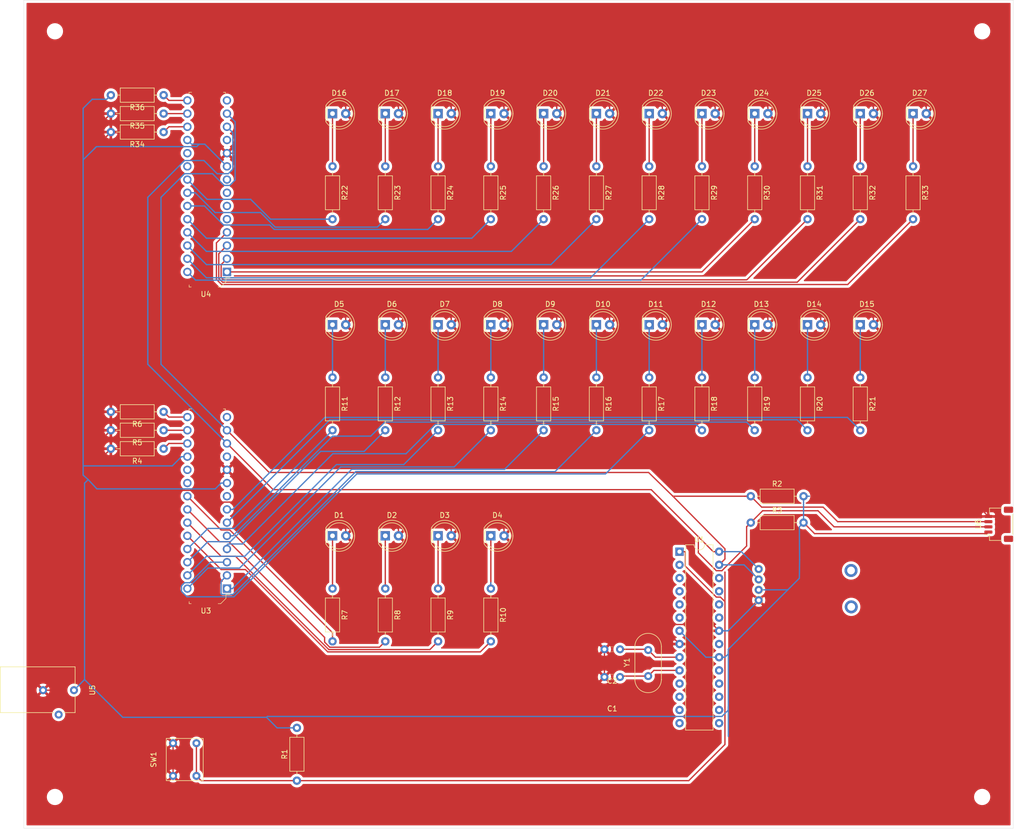
<source format=kicad_pcb>
(kicad_pcb (version 20171130) (host pcbnew "(5.1.5)-3")
  (layers (0 F.Cu signal) (31 B.Cu signal) (34 B.Paste user) (35 F.Paste user) (36 B.SilkS user) (37 F.SilkS user) (38 B.Mask user) (39 F.Mask user) (44 Edge.Cuts user))
  (net 0 "")
  (net 1 GND)
  (net 2 "Net-(C1-Pad1)")
  (net 3 "Net-(C2-Pad1)")
  (net 4 "Net-(D1-Pad1)")
  (net 5 "Net-(D2-Pad1)")
  (net 6 "Net-(D3-Pad1)")
  (net 7 "Net-(D4-Pad1)")
  (net 8 "Net-(D5-Pad1)")
  (net 9 "Net-(D6-Pad1)")
  (net 10 "Net-(D7-Pad1)")
  (net 11 "Net-(D8-Pad1)")
  (net 12 "Net-(D9-Pad1)")
  (net 13 "Net-(D10-Pad1)")
  (net 14 "Net-(D11-Pad1)")
  (net 15 "Net-(D12-Pad1)")
  (net 16 "Net-(D13-Pad1)")
  (net 17 "Net-(D14-Pad1)")
  (net 18 "Net-(D15-Pad1)")
  (net 19 "Net-(D16-Pad1)")
  (net 20 "Net-(D17-Pad1)")
  (net 21 "Net-(D18-Pad1)")
  (net 22 "Net-(D19-Pad1)")
  (net 23 "Net-(D20-Pad1)")
  (net 24 "Net-(D21-Pad1)")
  (net 25 "Net-(D22-Pad1)")
  (net 26 "Net-(D23-Pad1)")
  (net 27 "Net-(D24-Pad1)")
  (net 28 "Net-(D25-Pad1)")
  (net 29 "Net-(D26-Pad1)")
  (net 30 "Net-(D27-Pad1)")
  (net 31 +5V)
  (net 32 "Net-(R1-Pad1)")
  (net 33 "/clock minute/SDA")
  (net 34 "/clock minute/SCL")
  (net 35 "Net-(R4-Pad1)")
  (net 36 "Net-(R5-Pad1)")
  (net 37 "Net-(R6-Pad1)")
  (net 38 "Net-(R7-Pad2)")
  (net 39 "Net-(R8-Pad2)")
  (net 40 "Net-(R9-Pad2)")
  (net 41 "Net-(R10-Pad2)")
  (net 42 "Net-(R11-Pad2)")
  (net 43 "Net-(R12-Pad2)")
  (net 44 "Net-(R13-Pad2)")
  (net 45 "Net-(R14-Pad2)")
  (net 46 GPB0)
  (net 47 GPB1)
  (net 48 GPB2)
  (net 49 GPB3)
  (net 50 GPB4)
  (net 51 GPB5)
  (net 52 GPB6)
  (net 53 "Net-(R22-Pad2)")
  (net 54 "Net-(R23-Pad2)")
  (net 55 "Net-(R24-Pad2)")
  (net 56 "Net-(R25-Pad2)")
  (net 57 "Net-(R26-Pad2)")
  (net 58 "Net-(R27-Pad2)")
  (net 59 "Net-(R28-Pad2)")
  (net 60 "Net-(R29-Pad2)")
  (net 61 "Net-(U1-Pad14)")
  (net 62 "Net-(U1-Pad13)")
  (net 63 "Net-(U1-Pad26)")
  (net 64 "Net-(U1-Pad12)")
  (net 65 "Net-(U1-Pad25)")
  (net 66 "Net-(U1-Pad11)")
  (net 67 "Net-(U1-Pad24)")
  (net 68 "Net-(U1-Pad23)")
  (net 69 "Net-(U1-Pad21)")
  (net 70 "Net-(U1-Pad6)")
  (net 71 "Net-(U1-Pad19)")
  (net 72 "Net-(U1-Pad5)")
  (net 73 "Net-(U1-Pad18)")
  (net 74 "Net-(U1-Pad4)")
  (net 75 "Net-(U1-Pad17)")
  (net 76 "Net-(U1-Pad3)")
  (net 77 "Net-(U1-Pad16)")
  (net 78 "Net-(U1-Pad2)")
  (net 79 "Net-(U1-Pad15)")
  (net 80 "Net-(U3-Pad20)")
  (net 81 "Net-(U3-Pad19)")
  (net 82 "Net-(U3-Pad14)")
  (net 83 "Net-(U3-Pad11)")
  (net 84 "Net-(U3-Pad8)")
  (net 85 "Net-(U4-Pad20)")
  (net 86 "Net-(U4-Pad19)")
  (net 87 "Net-(U4-Pad14)")
  (net 88 "Net-(U4-Pad11)")
  (net 89 "Net-(U4-Pad8)")
  (net 90 "Net-(U4-Pad7)")
  (net 91 "Net-(U4-Pad6)")
  (net 92 "Net-(U4-Pad5)")
  (net 93 "Net-(R34-Pad1)")
  (net 94 "Net-(R35-Pad1)")
  (net 95 "Net-(R36-Pad1)")
  (net 96 HGPB0)
  (net 97 HGPB1)
  (net 98 HGPB2)
  (net 99 HGPB3)
  (module Connector_JST:JST_SH_SM04B-SRSS-TB_1x04-1MP_P1.00mm_Horizontal (layer F.Cu) (at 225.8 113.6 90)
    (fp_text reference U6 (at 0 -3.98 90) (layer F.SilkS))
    (fp_text value JST4pin)
    (pad MP smd roundrect (at 2.8 1.875 90) (size 1.2 1.8) (layers F.Cu F.Paste F.Mask) (roundrect_rratio 0.208333))
    (pad MP smd roundrect (at -2.8 1.875 90) (size 1.2 1.8) (layers F.Cu F.Paste F.Mask) (roundrect_rratio 0.208333))
    (pad 4 smd roundrect (at 1.5 -2 90) (size 0.6 1.55) (layers F.Cu F.Paste F.Mask) (net 1 GND))
    (pad 3 smd roundrect (at 0.5 -2 90) (size 0.6 1.55) (layers F.Cu F.Paste F.Mask) (net 33 "/clock minute/SDA"))
    (pad 2 smd roundrect (at -0.5 -2 90) (size 0.6 1.55) (layers F.Cu F.Paste F.Mask) (net 34 "/clock minute/SCL"))
    (pad 1 smd roundrect (at -1.5 -2 90) (size 0.6 1.55) (layers F.Cu F.Paste F.Mask) (net 31 +5V))
  )
  (module MountingHole:MountingHole_2.1mm (layer F.Cu) (at 44.1 166.1)
    (fp_text reference REF** hide)
    (fp_text value MountingHole_2.1mm)
    (pad "" np_thru_hole circle (at 0 0) (size 2.1 2.1) (drill 2.1) (layers *.Cu *.Mask))
  )
  (module MountingHole:MountingHole_2.1mm (layer F.Cu) (at 44.1 18.7)
    (fp_text reference REF** hide)
    (fp_text value MountingHole_2.1mm)
    (pad "" np_thru_hole circle (at 0 0) (size 2.1 2.1) (drill 2.1) (layers *.Cu *.Mask))
  )
  (module MountingHole:MountingHole_2.1mm (layer F.Cu) (at 222.6 166.1)
    (fp_text reference REF** hide)
    (fp_text value MountingHole_2.1mm)
    (pad "" np_thru_hole circle (at 0 0) (size 2.1 2.1) (drill 2.1) (layers *.Cu *.Mask))
  )
  (module MountingHole:MountingHole_2.1mm (layer F.Cu) (at 197.4 129.5)
    (fp_text reference REF** hide)
    (fp_text value MountingHole_2.1mm)
    (pad "" np_thru_hole circle (at 0 0) (size 2.5 2.5) (drill 1.5) (layers *.Cu *.Mask))
  )
  (module MountingHole:MountingHole_2.1mm (layer F.Cu) (at 197.358 122.5)
    (fp_text reference REF** hide)
    (fp_text value MountingHole_2.1mm)
    (pad "" np_thru_hole circle (at 0 0) (size 2.5 2.5) (drill 1.5) (layers *.Cu *.Mask))
  )
  (module MountingHole:MountingHole_2.1mm (layer F.Cu) (at 222.6 18.7)
    (fp_text reference REF** hide)
    (fp_text value MountingHole_2.1mm)
    (pad "" np_thru_hole circle (at 0 0) (size 2.1 2.1) (drill 2.1) (layers *.Cu *.Mask))
  )
  (module Personal:DS3231 (layer F.Cu) (at 179.578 125.222)
    (fp_text reference U2 hide)
    (fp_text value DS3231MZ)
    (pad 5 thru_hole circle (at 0 3) (size 1.524 1.524) (drill 0.762) (layers *.Cu *.Mask) (net 1 GND))
    (pad 2 thru_hole circle (at 0 1) (size 1.524 1.524) (drill 0.762) (layers *.Cu *.Mask) (net 31 +5V))
    (pad 7 thru_hole circle (at 0 -1) (size 1.524 1.524) (drill 0.762) (layers *.Cu *.Mask) (net 33 "/clock minute/SDA"))
    (pad 8 thru_hole circle (at 0 -3) (size 1.524 1.524) (drill 0.762) (layers *.Cu *.Mask) (net 34 "/clock minute/SCL"))
  )
  (module Package_DIP:DIP-28_W7.62mm (layer F.Cu) (at 164.338 118.872)
    (fp_text reference U1 (at 3.81 -2.33) (layer F.SilkS))
    (fp_text value ATmega328P-PU)
    (pad 1 thru_hole rect (at 0 0) (size 1.6 1.6) (drill 0.8) (layers *.Cu *.Mask) (net 32 "Net-(R1-Pad1)"))
    (pad 15 thru_hole oval (at 7.62 33.02) (size 1.6 1.6) (drill 0.8) (layers *.Cu *.Mask) (net 79 "Net-(U1-Pad15)"))
    (pad 2 thru_hole oval (at 0 2.54) (size 1.6 1.6) (drill 0.8) (layers *.Cu *.Mask) (net 78 "Net-(U1-Pad2)"))
    (pad 16 thru_hole oval (at 7.62 30.48) (size 1.6 1.6) (drill 0.8) (layers *.Cu *.Mask) (net 77 "Net-(U1-Pad16)"))
    (pad 3 thru_hole oval (at 0 5.08) (size 1.6 1.6) (drill 0.8) (layers *.Cu *.Mask) (net 76 "Net-(U1-Pad3)"))
    (pad 17 thru_hole oval (at 7.62 27.94) (size 1.6 1.6) (drill 0.8) (layers *.Cu *.Mask) (net 75 "Net-(U1-Pad17)"))
    (pad 4 thru_hole oval (at 0 7.62) (size 1.6 1.6) (drill 0.8) (layers *.Cu *.Mask) (net 74 "Net-(U1-Pad4)"))
    (pad 18 thru_hole oval (at 7.62 25.4) (size 1.6 1.6) (drill 0.8) (layers *.Cu *.Mask) (net 73 "Net-(U1-Pad18)"))
    (pad 5 thru_hole oval (at 0 10.16) (size 1.6 1.6) (drill 0.8) (layers *.Cu *.Mask) (net 72 "Net-(U1-Pad5)"))
    (pad 19 thru_hole oval (at 7.62 22.86) (size 1.6 1.6) (drill 0.8) (layers *.Cu *.Mask) (net 71 "Net-(U1-Pad19)"))
    (pad 6 thru_hole oval (at 0 12.7) (size 1.6 1.6) (drill 0.8) (layers *.Cu *.Mask) (net 70 "Net-(U1-Pad6)"))
    (pad 20 thru_hole oval (at 7.62 20.32) (size 1.6 1.6) (drill 0.8) (layers *.Cu *.Mask) (net 31 +5V))
    (pad 7 thru_hole oval (at 0 15.24) (size 1.6 1.6) (drill 0.8) (layers *.Cu *.Mask) (net 31 +5V))
    (pad 21 thru_hole oval (at 7.62 17.78) (size 1.6 1.6) (drill 0.8) (layers *.Cu *.Mask) (net 69 "Net-(U1-Pad21)"))
    (pad 8 thru_hole oval (at 0 17.78) (size 1.6 1.6) (drill 0.8) (layers *.Cu *.Mask) (net 1 GND))
    (pad 22 thru_hole oval (at 7.62 15.24) (size 1.6 1.6) (drill 0.8) (layers *.Cu *.Mask) (net 1 GND))
    (pad 9 thru_hole oval (at 0 20.32) (size 1.6 1.6) (drill 0.8) (layers *.Cu *.Mask) (net 3 "Net-(C2-Pad1)"))
    (pad 23 thru_hole oval (at 7.62 12.7) (size 1.6 1.6) (drill 0.8) (layers *.Cu *.Mask) (net 68 "Net-(U1-Pad23)"))
    (pad 10 thru_hole oval (at 0 22.86) (size 1.6 1.6) (drill 0.8) (layers *.Cu *.Mask) (net 2 "Net-(C1-Pad1)"))
    (pad 24 thru_hole oval (at 7.62 10.16) (size 1.6 1.6) (drill 0.8) (layers *.Cu *.Mask) (net 67 "Net-(U1-Pad24)"))
    (pad 11 thru_hole oval (at 0 25.4) (size 1.6 1.6) (drill 0.8) (layers *.Cu *.Mask) (net 66 "Net-(U1-Pad11)"))
    (pad 25 thru_hole oval (at 7.62 7.62) (size 1.6 1.6) (drill 0.8) (layers *.Cu *.Mask) (net 65 "Net-(U1-Pad25)"))
    (pad 12 thru_hole oval (at 0 27.94) (size 1.6 1.6) (drill 0.8) (layers *.Cu *.Mask) (net 64 "Net-(U1-Pad12)"))
    (pad 26 thru_hole oval (at 7.62 5.08) (size 1.6 1.6) (drill 0.8) (layers *.Cu *.Mask) (net 63 "Net-(U1-Pad26)"))
    (pad 13 thru_hole oval (at 0 30.48) (size 1.6 1.6) (drill 0.8) (layers *.Cu *.Mask) (net 62 "Net-(U1-Pad13)"))
    (pad 27 thru_hole oval (at 7.62 2.54) (size 1.6 1.6) (drill 0.8) (layers *.Cu *.Mask) (net 33 "/clock minute/SDA"))
    (pad 14 thru_hole oval (at 0 33.02) (size 1.6 1.6) (drill 0.8) (layers *.Cu *.Mask) (net 61 "Net-(U1-Pad14)"))
    (pad 28 thru_hole oval (at 7.62 0) (size 1.6 1.6) (drill 0.8) (layers *.Cu *.Mask) (net 34 "/clock minute/SCL"))
  )
  (module Personal:BarrelJack (layer F.Cu) (at 40.64 145.542 90)
    (fp_text reference U5 (at 0 10.676 90) (layer F.SilkS))
    (fp_text value Barreljack)
    (pad 1 thru_hole circle (at 0 7.126 90) (size 1.524 1.524) (drill 0.762) (layers *.Cu *.Mask) (net 31 +5V))
    (pad 2 thru_hole circle (at 0 1.176 90) (size 1.524 1.524) (drill 0.762) (layers *.Cu *.Mask) (net 1 GND))
    (pad 3 thru_hole circle (at -4.7 4.176 90) (size 1.524 1.524) (drill 0.762) (layers *.Cu *.Mask))
  )
  (module Resistor_THT:R_Axial_DIN0207_L6.3mm_D2.5mm_P10.16mm_Horizontal (layer F.Cu) (at 65.024 30.988 180)
    (fp_text reference R36 (at 5.08 -2.37) (layer F.SilkS))
    (fp_text value 1k)
    (pad 1 thru_hole circle (at 0 0 180) (size 1.6 1.6) (drill 0.8) (layers *.Cu *.Mask) (net 95 "Net-(R36-Pad1)"))
    (pad 2 thru_hole oval (at 10.16 0 180) (size 1.6 1.6) (drill 0.8) (layers *.Cu *.Mask) (net 31 +5V))
  )
  (module Resistor_THT:R_Axial_DIN0207_L6.3mm_D2.5mm_P10.16mm_Horizontal (layer F.Cu) (at 65.024 34.544 180)
    (fp_text reference R35 (at 5.08 -2.37) (layer F.SilkS))
    (fp_text value 1k)
    (pad 1 thru_hole circle (at 0 0 180) (size 1.6 1.6) (drill 0.8) (layers *.Cu *.Mask) (net 94 "Net-(R35-Pad1)"))
    (pad 2 thru_hole oval (at 10.16 0 180) (size 1.6 1.6) (drill 0.8) (layers *.Cu *.Mask) (net 1 GND))
  )
  (module Resistor_THT:R_Axial_DIN0207_L6.3mm_D2.5mm_P10.16mm_Horizontal (layer F.Cu) (at 65.024 38.1 180)
    (fp_text reference R34 (at 5.08 -2.37) (layer F.SilkS))
    (fp_text value 1k)
    (pad 1 thru_hole circle (at 0 0 180) (size 1.6 1.6) (drill 0.8) (layers *.Cu *.Mask) (net 93 "Net-(R34-Pad1)"))
    (pad 2 thru_hole oval (at 10.16 0 180) (size 1.6 1.6) (drill 0.8) (layers *.Cu *.Mask) (net 1 GND))
  )
  (module Personal:Crystal (layer F.Cu) (at 157.988 140.208 270)
    (fp_text reference Y1 (at 0 3.78 90) (layer F.SilkS))
    (fp_text value Crystal)
    (pad 1 thru_hole circle (at 2.622 -0.318 270) (size 1.524 1.524) (drill 0.762) (layers *.Cu *.Mask) (net 2 "Net-(C1-Pad1)"))
    (pad 2 thru_hole circle (at -2.406 -0.318 270) (size 1.524 1.524) (drill 0.762) (layers *.Cu *.Mask) (net 3 "Net-(C2-Pad1)"))
  )
  (module digikey-footprints:DIP-28_W7.62mm (layer F.Cu) (at 77.216 65.024 180)
    (fp_text reference U4 (at 4.05 -4.28) (layer F.SilkS))
    (fp_text value MCP23017-E_SP)
    (pad 1 thru_hole rect (at 0 0 180) (size 1.6 1.6) (drill 1) (layers *.Cu *.Mask) (net 96 HGPB0))
    (pad 2 thru_hole circle (at 0 2.54 180) (size 1.6 1.6) (drill 1) (layers *.Cu *.Mask) (net 97 HGPB1))
    (pad 3 thru_hole circle (at 0 5.08 180) (size 1.6 1.6) (drill 1) (layers *.Cu *.Mask) (net 98 HGPB2))
    (pad 4 thru_hole circle (at 0 7.62 180) (size 1.6 1.6) (drill 1) (layers *.Cu *.Mask) (net 99 HGPB3))
    (pad 5 thru_hole circle (at 0 10.16 180) (size 1.6 1.6) (drill 1) (layers *.Cu *.Mask) (net 92 "Net-(U4-Pad5)"))
    (pad 6 thru_hole circle (at 0 12.7 180) (size 1.6 1.6) (drill 1) (layers *.Cu *.Mask) (net 91 "Net-(U4-Pad6)"))
    (pad 7 thru_hole circle (at 0 15.24 180) (size 1.6 1.6) (drill 1) (layers *.Cu *.Mask) (net 90 "Net-(U4-Pad7)"))
    (pad 8 thru_hole circle (at 0 17.78 180) (size 1.6 1.6) (drill 1) (layers *.Cu *.Mask) (net 89 "Net-(U4-Pad8)"))
    (pad 9 thru_hole circle (at 0 20.32 180) (size 1.6 1.6) (drill 1) (layers *.Cu *.Mask) (net 31 +5V))
    (pad 10 thru_hole circle (at 0 22.86 180) (size 1.6 1.6) (drill 1) (layers *.Cu *.Mask) (net 1 GND))
    (pad 11 thru_hole circle (at 0 25.4 180) (size 1.6 1.6) (drill 1) (layers *.Cu *.Mask) (net 88 "Net-(U4-Pad11)"))
    (pad 12 thru_hole circle (at 0 27.94 180) (size 1.6 1.6) (drill 1) (layers *.Cu *.Mask) (net 34 "/clock minute/SCL"))
    (pad 13 thru_hole circle (at 0 30.48 180) (size 1.6 1.6) (drill 1) (layers *.Cu *.Mask) (net 33 "/clock minute/SDA"))
    (pad 14 thru_hole circle (at 0 33.02 180) (size 1.6 1.6) (drill 1) (layers *.Cu *.Mask) (net 87 "Net-(U4-Pad14)"))
    (pad 15 thru_hole circle (at 7.62 33.02 180) (size 1.6 1.6) (drill 1) (layers *.Cu *.Mask) (net 95 "Net-(R36-Pad1)"))
    (pad 16 thru_hole circle (at 7.62 30.48 180) (size 1.6 1.6) (drill 1) (layers *.Cu *.Mask) (net 94 "Net-(R35-Pad1)"))
    (pad 17 thru_hole circle (at 7.62 27.94 180) (size 1.6 1.6) (drill 1) (layers *.Cu *.Mask) (net 93 "Net-(R34-Pad1)"))
    (pad 18 thru_hole circle (at 7.62 25.4 180) (size 1.6 1.6) (drill 1) (layers *.Cu *.Mask) (net 31 +5V))
    (pad 19 thru_hole circle (at 7.62 22.86 180) (size 1.6 1.6) (drill 1) (layers *.Cu *.Mask) (net 86 "Net-(U4-Pad19)"))
    (pad 20 thru_hole circle (at 7.62 20.32 180) (size 1.6 1.6) (drill 1) (layers *.Cu *.Mask) (net 85 "Net-(U4-Pad20)"))
    (pad 21 thru_hole circle (at 7.62 17.78 180) (size 1.6 1.6) (drill 1) (layers *.Cu *.Mask) (net 53 "Net-(R22-Pad2)"))
    (pad 22 thru_hole circle (at 7.62 15.24 180) (size 1.6 1.6) (drill 1) (layers *.Cu *.Mask) (net 54 "Net-(R23-Pad2)"))
    (pad 23 thru_hole circle (at 7.62 12.7 180) (size 1.6 1.6) (drill 1) (layers *.Cu *.Mask) (net 55 "Net-(R24-Pad2)"))
    (pad 24 thru_hole circle (at 7.62 10.16 180) (size 1.6 1.6) (drill 1) (layers *.Cu *.Mask) (net 56 "Net-(R25-Pad2)"))
    (pad 25 thru_hole circle (at 7.62 7.62 180) (size 1.6 1.6) (drill 1) (layers *.Cu *.Mask) (net 57 "Net-(R26-Pad2)"))
    (pad 26 thru_hole circle (at 7.62 5.08 180) (size 1.6 1.6) (drill 1) (layers *.Cu *.Mask) (net 58 "Net-(R27-Pad2)"))
    (pad 27 thru_hole circle (at 7.62 2.54 180) (size 1.6 1.6) (drill 1) (layers *.Cu *.Mask) (net 59 "Net-(R28-Pad2)"))
    (pad 28 thru_hole circle (at 7.62 0 180) (size 1.6 1.6) (drill 1) (layers *.Cu *.Mask) (net 60 "Net-(R29-Pad2)"))
  )
  (module digikey-footprints:DIP-28_W7.62mm (layer F.Cu) (at 77.216 125.984 180)
    (fp_text reference U3 (at 4.05 -4.28) (layer F.SilkS))
    (fp_text value MCP23017-E_SP)
    (pad 1 thru_hole rect (at 0 0 180) (size 1.6 1.6) (drill 1) (layers *.Cu *.Mask) (net 46 GPB0))
    (pad 2 thru_hole circle (at 0 2.54 180) (size 1.6 1.6) (drill 1) (layers *.Cu *.Mask) (net 47 GPB1))
    (pad 3 thru_hole circle (at 0 5.08 180) (size 1.6 1.6) (drill 1) (layers *.Cu *.Mask) (net 48 GPB2))
    (pad 4 thru_hole circle (at 0 7.62 180) (size 1.6 1.6) (drill 1) (layers *.Cu *.Mask) (net 49 GPB3))
    (pad 5 thru_hole circle (at 0 10.16 180) (size 1.6 1.6) (drill 1) (layers *.Cu *.Mask) (net 50 GPB4))
    (pad 6 thru_hole circle (at 0 12.7 180) (size 1.6 1.6) (drill 1) (layers *.Cu *.Mask) (net 51 GPB5))
    (pad 7 thru_hole circle (at 0 15.24 180) (size 1.6 1.6) (drill 1) (layers *.Cu *.Mask) (net 52 GPB6))
    (pad 8 thru_hole circle (at 0 17.78 180) (size 1.6 1.6) (drill 1) (layers *.Cu *.Mask) (net 84 "Net-(U3-Pad8)"))
    (pad 9 thru_hole circle (at 0 20.32 180) (size 1.6 1.6) (drill 1) (layers *.Cu *.Mask) (net 31 +5V))
    (pad 10 thru_hole circle (at 0 22.86 180) (size 1.6 1.6) (drill 1) (layers *.Cu *.Mask) (net 1 GND))
    (pad 11 thru_hole circle (at 0 25.4 180) (size 1.6 1.6) (drill 1) (layers *.Cu *.Mask) (net 83 "Net-(U3-Pad11)"))
    (pad 12 thru_hole circle (at 0 27.94 180) (size 1.6 1.6) (drill 1) (layers *.Cu *.Mask) (net 34 "/clock minute/SCL"))
    (pad 13 thru_hole circle (at 0 30.48 180) (size 1.6 1.6) (drill 1) (layers *.Cu *.Mask) (net 33 "/clock minute/SDA"))
    (pad 14 thru_hole circle (at 0 33.02 180) (size 1.6 1.6) (drill 1) (layers *.Cu *.Mask) (net 82 "Net-(U3-Pad14)"))
    (pad 15 thru_hole circle (at 7.62 33.02 180) (size 1.6 1.6) (drill 1) (layers *.Cu *.Mask) (net 37 "Net-(R6-Pad1)"))
    (pad 16 thru_hole circle (at 7.62 30.48 180) (size 1.6 1.6) (drill 1) (layers *.Cu *.Mask) (net 36 "Net-(R5-Pad1)"))
    (pad 17 thru_hole circle (at 7.62 27.94 180) (size 1.6 1.6) (drill 1) (layers *.Cu *.Mask) (net 35 "Net-(R4-Pad1)"))
    (pad 18 thru_hole circle (at 7.62 25.4 180) (size 1.6 1.6) (drill 1) (layers *.Cu *.Mask) (net 31 +5V))
    (pad 19 thru_hole circle (at 7.62 22.86 180) (size 1.6 1.6) (drill 1) (layers *.Cu *.Mask) (net 81 "Net-(U3-Pad19)"))
    (pad 20 thru_hole circle (at 7.62 20.32 180) (size 1.6 1.6) (drill 1) (layers *.Cu *.Mask) (net 80 "Net-(U3-Pad20)"))
    (pad 21 thru_hole circle (at 7.62 17.78 180) (size 1.6 1.6) (drill 1) (layers *.Cu *.Mask) (net 38 "Net-(R7-Pad2)"))
    (pad 22 thru_hole circle (at 7.62 15.24 180) (size 1.6 1.6) (drill 1) (layers *.Cu *.Mask) (net 39 "Net-(R8-Pad2)"))
    (pad 23 thru_hole circle (at 7.62 12.7 180) (size 1.6 1.6) (drill 1) (layers *.Cu *.Mask) (net 40 "Net-(R9-Pad2)"))
    (pad 24 thru_hole circle (at 7.62 10.16 180) (size 1.6 1.6) (drill 1) (layers *.Cu *.Mask) (net 41 "Net-(R10-Pad2)"))
    (pad 25 thru_hole circle (at 7.62 7.62 180) (size 1.6 1.6) (drill 1) (layers *.Cu *.Mask) (net 42 "Net-(R11-Pad2)"))
    (pad 26 thru_hole circle (at 7.62 5.08 180) (size 1.6 1.6) (drill 1) (layers *.Cu *.Mask) (net 43 "Net-(R12-Pad2)"))
    (pad 27 thru_hole circle (at 7.62 2.54 180) (size 1.6 1.6) (drill 1) (layers *.Cu *.Mask) (net 44 "Net-(R13-Pad2)"))
    (pad 28 thru_hole circle (at 7.62 0 180) (size 1.6 1.6) (drill 1) (layers *.Cu *.Mask) (net 45 "Net-(R14-Pad2)"))
  )
  (module Personal:Pushbutton (layer F.Cu) (at 69.088 158.892 270)
    (fp_text reference SW1 (at 0 6 90) (layer F.SilkS))
    (fp_text value SW_Push_Dual)
    (pad 1 thru_hole circle (at 3.15 -2.25 270) (size 1.524 1.524) (drill 0.762) (layers *.Cu *.Mask) (net 32 "Net-(R1-Pad1)"))
    (pad 2 thru_hole circle (at 3.15 2.25 270) (size 1.524 1.524) (drill 0.762) (layers *.Cu *.Mask) (net 1 GND))
    (pad 3 thru_hole circle (at -3.15 -2.25 270) (size 1.524 1.524) (drill 0.762) (layers *.Cu *.Mask) (net 32 "Net-(R1-Pad1)"))
    (pad 4 thru_hole circle (at -3.15 2.25 270) (size 1.524 1.524) (drill 0.762) (layers *.Cu *.Mask) (net 1 GND))
  )
  (module Resistor_THT:R_Axial_DIN0207_L6.3mm_D2.5mm_P10.16mm_Horizontal (layer F.Cu) (at 209.296 44.704 270)
    (fp_text reference R33 (at 5.08 -2.37 90) (layer F.SilkS))
    (fp_text value 1k)
    (pad 1 thru_hole circle (at 0 0 270) (size 1.6 1.6) (drill 0.8) (layers *.Cu *.Mask) (net 30 "Net-(D27-Pad1)"))
    (pad 2 thru_hole oval (at 10.16 0 270) (size 1.6 1.6) (drill 0.8) (layers *.Cu *.Mask) (net 99 HGPB3))
  )
  (module Resistor_THT:R_Axial_DIN0207_L6.3mm_D2.5mm_P10.16mm_Horizontal (layer F.Cu) (at 199.136 44.704 270)
    (fp_text reference R32 (at 5.08 -2.37 90) (layer F.SilkS))
    (fp_text value 1k)
    (pad 1 thru_hole circle (at 0 0 270) (size 1.6 1.6) (drill 0.8) (layers *.Cu *.Mask) (net 29 "Net-(D26-Pad1)"))
    (pad 2 thru_hole oval (at 10.16 0 270) (size 1.6 1.6) (drill 0.8) (layers *.Cu *.Mask) (net 98 HGPB2))
  )
  (module Resistor_THT:R_Axial_DIN0207_L6.3mm_D2.5mm_P10.16mm_Horizontal (layer F.Cu) (at 188.976 44.704 270)
    (fp_text reference R31 (at 5.08 -2.37 90) (layer F.SilkS))
    (fp_text value 1k)
    (pad 1 thru_hole circle (at 0 0 270) (size 1.6 1.6) (drill 0.8) (layers *.Cu *.Mask) (net 28 "Net-(D25-Pad1)"))
    (pad 2 thru_hole oval (at 10.16 0 270) (size 1.6 1.6) (drill 0.8) (layers *.Cu *.Mask) (net 97 HGPB1))
  )
  (module Resistor_THT:R_Axial_DIN0207_L6.3mm_D2.5mm_P10.16mm_Horizontal (layer F.Cu) (at 178.816 44.704 270)
    (fp_text reference R30 (at 5.08 -2.37 90) (layer F.SilkS))
    (fp_text value 1k)
    (pad 1 thru_hole circle (at 0 0 270) (size 1.6 1.6) (drill 0.8) (layers *.Cu *.Mask) (net 27 "Net-(D24-Pad1)"))
    (pad 2 thru_hole oval (at 10.16 0 270) (size 1.6 1.6) (drill 0.8) (layers *.Cu *.Mask) (net 96 HGPB0))
  )
  (module Resistor_THT:R_Axial_DIN0207_L6.3mm_D2.5mm_P10.16mm_Horizontal (layer F.Cu) (at 168.656 44.704 270)
    (fp_text reference R29 (at 5.08 -2.37 90) (layer F.SilkS))
    (fp_text value 1k)
    (pad 1 thru_hole circle (at 0 0 270) (size 1.6 1.6) (drill 0.8) (layers *.Cu *.Mask) (net 26 "Net-(D23-Pad1)"))
    (pad 2 thru_hole oval (at 10.16 0 270) (size 1.6 1.6) (drill 0.8) (layers *.Cu *.Mask) (net 60 "Net-(R29-Pad2)"))
  )
  (module Resistor_THT:R_Axial_DIN0207_L6.3mm_D2.5mm_P10.16mm_Horizontal (layer F.Cu) (at 158.496 44.704 270)
    (fp_text reference R28 (at 5.08 -2.37 90) (layer F.SilkS))
    (fp_text value 1k)
    (pad 1 thru_hole circle (at 0 0 270) (size 1.6 1.6) (drill 0.8) (layers *.Cu *.Mask) (net 25 "Net-(D22-Pad1)"))
    (pad 2 thru_hole oval (at 10.16 0 270) (size 1.6 1.6) (drill 0.8) (layers *.Cu *.Mask) (net 59 "Net-(R28-Pad2)"))
  )
  (module Resistor_THT:R_Axial_DIN0207_L6.3mm_D2.5mm_P10.16mm_Horizontal (layer F.Cu) (at 148.336 44.704 270)
    (fp_text reference R27 (at 5.08 -2.37 90) (layer F.SilkS))
    (fp_text value 1k)
    (pad 1 thru_hole circle (at 0 0 270) (size 1.6 1.6) (drill 0.8) (layers *.Cu *.Mask) (net 24 "Net-(D21-Pad1)"))
    (pad 2 thru_hole oval (at 10.16 0 270) (size 1.6 1.6) (drill 0.8) (layers *.Cu *.Mask) (net 58 "Net-(R27-Pad2)"))
  )
  (module Resistor_THT:R_Axial_DIN0207_L6.3mm_D2.5mm_P10.16mm_Horizontal (layer F.Cu) (at 138.176 44.704 270)
    (fp_text reference R26 (at 5.08 -2.37 90) (layer F.SilkS))
    (fp_text value 1k)
    (pad 1 thru_hole circle (at 0 0 270) (size 1.6 1.6) (drill 0.8) (layers *.Cu *.Mask) (net 23 "Net-(D20-Pad1)"))
    (pad 2 thru_hole oval (at 10.16 0 270) (size 1.6 1.6) (drill 0.8) (layers *.Cu *.Mask) (net 57 "Net-(R26-Pad2)"))
  )
  (module Resistor_THT:R_Axial_DIN0207_L6.3mm_D2.5mm_P10.16mm_Horizontal (layer F.Cu) (at 128.016 44.704 270)
    (fp_text reference R25 (at 5.08 -2.37 90) (layer F.SilkS))
    (fp_text value 1k)
    (pad 1 thru_hole circle (at 0 0 270) (size 1.6 1.6) (drill 0.8) (layers *.Cu *.Mask) (net 22 "Net-(D19-Pad1)"))
    (pad 2 thru_hole oval (at 10.16 0 270) (size 1.6 1.6) (drill 0.8) (layers *.Cu *.Mask) (net 56 "Net-(R25-Pad2)"))
  )
  (module Resistor_THT:R_Axial_DIN0207_L6.3mm_D2.5mm_P10.16mm_Horizontal (layer F.Cu) (at 117.856 44.704 270)
    (fp_text reference R24 (at 5.08 -2.37 90) (layer F.SilkS))
    (fp_text value 1k)
    (pad 1 thru_hole circle (at 0 0 270) (size 1.6 1.6) (drill 0.8) (layers *.Cu *.Mask) (net 21 "Net-(D18-Pad1)"))
    (pad 2 thru_hole oval (at 10.16 0 270) (size 1.6 1.6) (drill 0.8) (layers *.Cu *.Mask) (net 55 "Net-(R24-Pad2)"))
  )
  (module Resistor_THT:R_Axial_DIN0207_L6.3mm_D2.5mm_P10.16mm_Horizontal (layer F.Cu) (at 107.696 44.704 270)
    (fp_text reference R23 (at 5.08 -2.37 90) (layer F.SilkS))
    (fp_text value 1k)
    (pad 1 thru_hole circle (at 0 0 270) (size 1.6 1.6) (drill 0.8) (layers *.Cu *.Mask) (net 20 "Net-(D17-Pad1)"))
    (pad 2 thru_hole oval (at 10.16 0 270) (size 1.6 1.6) (drill 0.8) (layers *.Cu *.Mask) (net 54 "Net-(R23-Pad2)"))
  )
  (module Resistor_THT:R_Axial_DIN0207_L6.3mm_D2.5mm_P10.16mm_Horizontal (layer F.Cu) (at 97.536 44.704 270)
    (fp_text reference R22 (at 5.08 -2.37 90) (layer F.SilkS))
    (fp_text value 1k)
    (pad 1 thru_hole circle (at 0 0 270) (size 1.6 1.6) (drill 0.8) (layers *.Cu *.Mask) (net 19 "Net-(D16-Pad1)"))
    (pad 2 thru_hole oval (at 10.16 0 270) (size 1.6 1.6) (drill 0.8) (layers *.Cu *.Mask) (net 53 "Net-(R22-Pad2)"))
  )
  (module Resistor_THT:R_Axial_DIN0207_L6.3mm_D2.5mm_P10.16mm_Horizontal (layer F.Cu) (at 199.136 85.344 270)
    (fp_text reference R21 (at 5.08 -2.37 90) (layer F.SilkS))
    (fp_text value 1k)
    (pad 1 thru_hole circle (at 0 0 270) (size 1.6 1.6) (drill 0.8) (layers *.Cu *.Mask) (net 18 "Net-(D15-Pad1)"))
    (pad 2 thru_hole oval (at 10.16 0 270) (size 1.6 1.6) (drill 0.8) (layers *.Cu *.Mask) (net 52 GPB6))
  )
  (module Resistor_THT:R_Axial_DIN0207_L6.3mm_D2.5mm_P10.16mm_Horizontal (layer F.Cu) (at 188.976 85.344 270)
    (fp_text reference R20 (at 5.08 -2.37 90) (layer F.SilkS))
    (fp_text value 1k)
    (pad 1 thru_hole circle (at 0 0 270) (size 1.6 1.6) (drill 0.8) (layers *.Cu *.Mask) (net 17 "Net-(D14-Pad1)"))
    (pad 2 thru_hole oval (at 10.16 0 270) (size 1.6 1.6) (drill 0.8) (layers *.Cu *.Mask) (net 51 GPB5))
  )
  (module Resistor_THT:R_Axial_DIN0207_L6.3mm_D2.5mm_P10.16mm_Horizontal (layer F.Cu) (at 178.816 85.344 270)
    (fp_text reference R19 (at 5.08 -2.37 90) (layer F.SilkS))
    (fp_text value 1k)
    (pad 1 thru_hole circle (at 0 0 270) (size 1.6 1.6) (drill 0.8) (layers *.Cu *.Mask) (net 16 "Net-(D13-Pad1)"))
    (pad 2 thru_hole oval (at 10.16 0 270) (size 1.6 1.6) (drill 0.8) (layers *.Cu *.Mask) (net 50 GPB4))
  )
  (module Resistor_THT:R_Axial_DIN0207_L6.3mm_D2.5mm_P10.16mm_Horizontal (layer F.Cu) (at 168.656 85.344 270)
    (fp_text reference R18 (at 5.08 -2.37 90) (layer F.SilkS))
    (fp_text value 1k)
    (pad 1 thru_hole circle (at 0 0 270) (size 1.6 1.6) (drill 0.8) (layers *.Cu *.Mask) (net 15 "Net-(D12-Pad1)"))
    (pad 2 thru_hole oval (at 10.16 0 270) (size 1.6 1.6) (drill 0.8) (layers *.Cu *.Mask) (net 49 GPB3))
  )
  (module Resistor_THT:R_Axial_DIN0207_L6.3mm_D2.5mm_P10.16mm_Horizontal (layer F.Cu) (at 158.496 85.344 270)
    (fp_text reference R17 (at 5.08 -2.37 90) (layer F.SilkS))
    (fp_text value 1k)
    (pad 1 thru_hole circle (at 0 0 270) (size 1.6 1.6) (drill 0.8) (layers *.Cu *.Mask) (net 14 "Net-(D11-Pad1)"))
    (pad 2 thru_hole oval (at 10.16 0 270) (size 1.6 1.6) (drill 0.8) (layers *.Cu *.Mask) (net 48 GPB2))
  )
  (module Resistor_THT:R_Axial_DIN0207_L6.3mm_D2.5mm_P10.16mm_Horizontal (layer F.Cu) (at 148.336 85.344 270)
    (fp_text reference R16 (at 5.08 -2.37 90) (layer F.SilkS))
    (fp_text value 1k)
    (pad 1 thru_hole circle (at 0 0 270) (size 1.6 1.6) (drill 0.8) (layers *.Cu *.Mask) (net 13 "Net-(D10-Pad1)"))
    (pad 2 thru_hole oval (at 10.16 0 270) (size 1.6 1.6) (drill 0.8) (layers *.Cu *.Mask) (net 47 GPB1))
  )
  (module Resistor_THT:R_Axial_DIN0207_L6.3mm_D2.5mm_P10.16mm_Horizontal (layer F.Cu) (at 138.176 85.344 270)
    (fp_text reference R15 (at 5.08 -2.37 90) (layer F.SilkS))
    (fp_text value 1k)
    (pad 1 thru_hole circle (at 0 0 270) (size 1.6 1.6) (drill 0.8) (layers *.Cu *.Mask) (net 12 "Net-(D9-Pad1)"))
    (pad 2 thru_hole oval (at 10.16 0 270) (size 1.6 1.6) (drill 0.8) (layers *.Cu *.Mask) (net 46 GPB0))
  )
  (module Resistor_THT:R_Axial_DIN0207_L6.3mm_D2.5mm_P10.16mm_Horizontal (layer F.Cu) (at 128.016 85.344 270)
    (fp_text reference R14 (at 5.08 -2.37 90) (layer F.SilkS))
    (fp_text value 1k)
    (pad 1 thru_hole circle (at 0 0 270) (size 1.6 1.6) (drill 0.8) (layers *.Cu *.Mask) (net 11 "Net-(D8-Pad1)"))
    (pad 2 thru_hole oval (at 10.16 0 270) (size 1.6 1.6) (drill 0.8) (layers *.Cu *.Mask) (net 45 "Net-(R14-Pad2)"))
  )
  (module Resistor_THT:R_Axial_DIN0207_L6.3mm_D2.5mm_P10.16mm_Horizontal (layer F.Cu) (at 117.856 85.344 270)
    (fp_text reference R13 (at 5.08 -2.37 90) (layer F.SilkS))
    (fp_text value 1k)
    (pad 1 thru_hole circle (at 0 0 270) (size 1.6 1.6) (drill 0.8) (layers *.Cu *.Mask) (net 10 "Net-(D7-Pad1)"))
    (pad 2 thru_hole oval (at 10.16 0 270) (size 1.6 1.6) (drill 0.8) (layers *.Cu *.Mask) (net 44 "Net-(R13-Pad2)"))
  )
  (module Resistor_THT:R_Axial_DIN0207_L6.3mm_D2.5mm_P10.16mm_Horizontal (layer F.Cu) (at 107.696 85.344 270)
    (fp_text reference R12 (at 5.08 -2.37 90) (layer F.SilkS))
    (fp_text value 1k)
    (pad 1 thru_hole circle (at 0 0 270) (size 1.6 1.6) (drill 0.8) (layers *.Cu *.Mask) (net 9 "Net-(D6-Pad1)"))
    (pad 2 thru_hole oval (at 10.16 0 270) (size 1.6 1.6) (drill 0.8) (layers *.Cu *.Mask) (net 43 "Net-(R12-Pad2)"))
  )
  (module Resistor_THT:R_Axial_DIN0207_L6.3mm_D2.5mm_P10.16mm_Horizontal (layer F.Cu) (at 97.536 85.344 270)
    (fp_text reference R11 (at 5.08 -2.37 90) (layer F.SilkS))
    (fp_text value 1k)
    (pad 1 thru_hole circle (at 0 0 270) (size 1.6 1.6) (drill 0.8) (layers *.Cu *.Mask) (net 8 "Net-(D5-Pad1)"))
    (pad 2 thru_hole oval (at 10.16 0 270) (size 1.6 1.6) (drill 0.8) (layers *.Cu *.Mask) (net 42 "Net-(R11-Pad2)"))
  )
  (module Resistor_THT:R_Axial_DIN0207_L6.3mm_D2.5mm_P10.16mm_Horizontal (layer F.Cu) (at 128.016 125.984 270)
    (fp_text reference R10 (at 5.08 -2.37 90) (layer F.SilkS))
    (fp_text value 1k)
    (pad 1 thru_hole circle (at 0 0 270) (size 1.6 1.6) (drill 0.8) (layers *.Cu *.Mask) (net 7 "Net-(D4-Pad1)"))
    (pad 2 thru_hole oval (at 10.16 0 270) (size 1.6 1.6) (drill 0.8) (layers *.Cu *.Mask) (net 41 "Net-(R10-Pad2)"))
  )
  (module Resistor_THT:R_Axial_DIN0207_L6.3mm_D2.5mm_P10.16mm_Horizontal (layer F.Cu) (at 117.856 125.984 270)
    (fp_text reference R9 (at 5.08 -2.37 90) (layer F.SilkS))
    (fp_text value 1k)
    (pad 1 thru_hole circle (at 0 0 270) (size 1.6 1.6) (drill 0.8) (layers *.Cu *.Mask) (net 6 "Net-(D3-Pad1)"))
    (pad 2 thru_hole oval (at 10.16 0 270) (size 1.6 1.6) (drill 0.8) (layers *.Cu *.Mask) (net 40 "Net-(R9-Pad2)"))
  )
  (module Resistor_THT:R_Axial_DIN0207_L6.3mm_D2.5mm_P10.16mm_Horizontal (layer F.Cu) (at 107.696 125.984 270)
    (fp_text reference R8 (at 5.08 -2.37 90) (layer F.SilkS))
    (fp_text value 1k)
    (pad 1 thru_hole circle (at 0 0 270) (size 1.6 1.6) (drill 0.8) (layers *.Cu *.Mask) (net 5 "Net-(D2-Pad1)"))
    (pad 2 thru_hole oval (at 10.16 0 270) (size 1.6 1.6) (drill 0.8) (layers *.Cu *.Mask) (net 39 "Net-(R8-Pad2)"))
  )
  (module Resistor_THT:R_Axial_DIN0207_L6.3mm_D2.5mm_P10.16mm_Horizontal (layer F.Cu) (at 97.536 125.984 270)
    (fp_text reference R7 (at 5.08 -2.37 90) (layer F.SilkS))
    (fp_text value 1k)
    (pad 1 thru_hole circle (at 0 0 270) (size 1.6 1.6) (drill 0.8) (layers *.Cu *.Mask) (net 4 "Net-(D1-Pad1)"))
    (pad 2 thru_hole oval (at 10.16 0 270) (size 1.6 1.6) (drill 0.8) (layers *.Cu *.Mask) (net 38 "Net-(R7-Pad2)"))
  )
  (module Resistor_THT:R_Axial_DIN0207_L6.3mm_D2.5mm_P10.16mm_Horizontal (layer F.Cu) (at 65.024 91.948 180)
    (fp_text reference R6 (at 5.08 -2.37) (layer F.SilkS))
    (fp_text value 1k)
    (pad 1 thru_hole circle (at 0 0 180) (size 1.6 1.6) (drill 0.8) (layers *.Cu *.Mask) (net 37 "Net-(R6-Pad1)"))
    (pad 2 thru_hole oval (at 10.16 0 180) (size 1.6 1.6) (drill 0.8) (layers *.Cu *.Mask) (net 1 GND))
  )
  (module Resistor_THT:R_Axial_DIN0207_L6.3mm_D2.5mm_P10.16mm_Horizontal (layer F.Cu) (at 65.024 95.504 180)
    (fp_text reference R5 (at 5.08 -2.37) (layer F.SilkS))
    (fp_text value 1k)
    (pad 1 thru_hole circle (at 0 0 180) (size 1.6 1.6) (drill 0.8) (layers *.Cu *.Mask) (net 36 "Net-(R5-Pad1)"))
    (pad 2 thru_hole oval (at 10.16 0 180) (size 1.6 1.6) (drill 0.8) (layers *.Cu *.Mask) (net 1 GND))
  )
  (module Resistor_THT:R_Axial_DIN0207_L6.3mm_D2.5mm_P10.16mm_Horizontal (layer F.Cu) (at 65.024 99.06 180)
    (fp_text reference R4 (at 5.08 -2.37) (layer F.SilkS))
    (fp_text value 1k)
    (pad 1 thru_hole circle (at 0 0 180) (size 1.6 1.6) (drill 0.8) (layers *.Cu *.Mask) (net 35 "Net-(R4-Pad1)"))
    (pad 2 thru_hole oval (at 10.16 0 180) (size 1.6 1.6) (drill 0.8) (layers *.Cu *.Mask) (net 1 GND))
  )
  (module Resistor_THT:R_Axial_DIN0207_L6.3mm_D2.5mm_P10.16mm_Horizontal (layer F.Cu) (at 178.054 113.284)
    (fp_text reference R3 (at 5.08 -2.37) (layer F.SilkS))
    (fp_text value 4.7k)
    (pad 1 thru_hole circle (at 0 0) (size 1.6 1.6) (drill 0.8) (layers *.Cu *.Mask) (net 34 "/clock minute/SCL"))
    (pad 2 thru_hole oval (at 10.16 0) (size 1.6 1.6) (drill 0.8) (layers *.Cu *.Mask) (net 31 +5V))
  )
  (module Resistor_THT:R_Axial_DIN0207_L6.3mm_D2.5mm_P10.16mm_Horizontal (layer F.Cu) (at 178.054 108.204)
    (fp_text reference R2 (at 5.08 -2.37) (layer F.SilkS))
    (fp_text value 4.7k)
    (pad 1 thru_hole circle (at 0 0) (size 1.6 1.6) (drill 0.8) (layers *.Cu *.Mask) (net 33 "/clock minute/SDA"))
    (pad 2 thru_hole oval (at 10.16 0) (size 1.6 1.6) (drill 0.8) (layers *.Cu *.Mask) (net 31 +5V))
  )
  (module Resistor_THT:R_Axial_DIN0207_L6.3mm_D2.5mm_P10.16mm_Horizontal (layer F.Cu) (at 90.678 162.956 90)
    (fp_text reference R1 (at 5.08 -2.37 90) (layer F.SilkS))
    (fp_text value 1k)
    (pad 1 thru_hole circle (at 0 0 90) (size 1.6 1.6) (drill 0.8) (layers *.Cu *.Mask) (net 32 "Net-(R1-Pad1)"))
    (pad 2 thru_hole oval (at 10.16 0 90) (size 1.6 1.6) (drill 0.8) (layers *.Cu *.Mask) (net 31 +5V))
  )
  (module LED_THT:LED_D5.0mm (layer F.Cu) (at 209.296 34.544)
    (fp_text reference D27 (at 1.27 -3.96) (layer F.SilkS))
    (fp_text value Blue)
    (pad 1 thru_hole rect (at 0 0) (size 1.8 1.8) (drill 0.9) (layers *.Cu *.Mask) (net 30 "Net-(D27-Pad1)"))
    (pad 2 thru_hole circle (at 2.54 0) (size 1.8 1.8) (drill 0.9) (layers *.Cu *.Mask) (net 1 GND))
  )
  (module LED_THT:LED_D5.0mm (layer F.Cu) (at 199.136 34.544)
    (fp_text reference D26 (at 1.27 -3.96) (layer F.SilkS))
    (fp_text value Blue)
    (pad 1 thru_hole rect (at 0 0) (size 1.8 1.8) (drill 0.9) (layers *.Cu *.Mask) (net 29 "Net-(D26-Pad1)"))
    (pad 2 thru_hole circle (at 2.54 0) (size 1.8 1.8) (drill 0.9) (layers *.Cu *.Mask) (net 1 GND))
  )
  (module LED_THT:LED_D5.0mm (layer F.Cu) (at 188.976 34.544)
    (fp_text reference D25 (at 1.27 -3.96) (layer F.SilkS))
    (fp_text value Blue)
    (pad 1 thru_hole rect (at 0 0) (size 1.8 1.8) (drill 0.9) (layers *.Cu *.Mask) (net 28 "Net-(D25-Pad1)"))
    (pad 2 thru_hole circle (at 2.54 0) (size 1.8 1.8) (drill 0.9) (layers *.Cu *.Mask) (net 1 GND))
  )
  (module LED_THT:LED_D5.0mm (layer F.Cu) (at 178.816 34.544)
    (fp_text reference D24 (at 1.27 -3.96) (layer F.SilkS))
    (fp_text value Blue)
    (pad 1 thru_hole rect (at 0 0) (size 1.8 1.8) (drill 0.9) (layers *.Cu *.Mask) (net 27 "Net-(D24-Pad1)"))
    (pad 2 thru_hole circle (at 2.54 0) (size 1.8 1.8) (drill 0.9) (layers *.Cu *.Mask) (net 1 GND))
  )
  (module LED_THT:LED_D5.0mm (layer F.Cu) (at 168.656 34.544)
    (fp_text reference D23 (at 1.27 -3.96) (layer F.SilkS))
    (fp_text value Blue)
    (pad 1 thru_hole rect (at 0 0) (size 1.8 1.8) (drill 0.9) (layers *.Cu *.Mask) (net 26 "Net-(D23-Pad1)"))
    (pad 2 thru_hole circle (at 2.54 0) (size 1.8 1.8) (drill 0.9) (layers *.Cu *.Mask) (net 1 GND))
  )
  (module LED_THT:LED_D5.0mm (layer F.Cu) (at 158.496 34.544)
    (fp_text reference D22 (at 1.27 -3.96) (layer F.SilkS))
    (fp_text value Blue)
    (pad 1 thru_hole rect (at 0 0) (size 1.8 1.8) (drill 0.9) (layers *.Cu *.Mask) (net 25 "Net-(D22-Pad1)"))
    (pad 2 thru_hole circle (at 2.54 0) (size 1.8 1.8) (drill 0.9) (layers *.Cu *.Mask) (net 1 GND))
  )
  (module LED_THT:LED_D5.0mm (layer F.Cu) (at 148.336 34.544)
    (fp_text reference D21 (at 1.27 -3.96) (layer F.SilkS))
    (fp_text value Blue)
    (pad 1 thru_hole rect (at 0 0) (size 1.8 1.8) (drill 0.9) (layers *.Cu *.Mask) (net 24 "Net-(D21-Pad1)"))
    (pad 2 thru_hole circle (at 2.54 0) (size 1.8 1.8) (drill 0.9) (layers *.Cu *.Mask) (net 1 GND))
  )
  (module LED_THT:LED_D5.0mm (layer F.Cu) (at 138.176 34.544)
    (fp_text reference D20 (at 1.27 -3.96) (layer F.SilkS))
    (fp_text value Blue)
    (pad 1 thru_hole rect (at 0 0) (size 1.8 1.8) (drill 0.9) (layers *.Cu *.Mask) (net 23 "Net-(D20-Pad1)"))
    (pad 2 thru_hole circle (at 2.54 0) (size 1.8 1.8) (drill 0.9) (layers *.Cu *.Mask) (net 1 GND))
  )
  (module LED_THT:LED_D5.0mm (layer F.Cu) (at 128.016 34.544)
    (fp_text reference D19 (at 1.27 -3.96) (layer F.SilkS))
    (fp_text value Blue)
    (pad 1 thru_hole rect (at 0 0) (size 1.8 1.8) (drill 0.9) (layers *.Cu *.Mask) (net 22 "Net-(D19-Pad1)"))
    (pad 2 thru_hole circle (at 2.54 0) (size 1.8 1.8) (drill 0.9) (layers *.Cu *.Mask) (net 1 GND))
  )
  (module LED_THT:LED_D5.0mm (layer F.Cu) (at 117.856 34.544)
    (fp_text reference D18 (at 1.27 -3.96) (layer F.SilkS))
    (fp_text value Blue)
    (pad 1 thru_hole rect (at 0 0) (size 1.8 1.8) (drill 0.9) (layers *.Cu *.Mask) (net 21 "Net-(D18-Pad1)"))
    (pad 2 thru_hole circle (at 2.54 0) (size 1.8 1.8) (drill 0.9) (layers *.Cu *.Mask) (net 1 GND))
  )
  (module LED_THT:LED_D5.0mm (layer F.Cu) (at 107.696 34.544)
    (fp_text reference D17 (at 1.27 -3.96) (layer F.SilkS))
    (fp_text value Blue)
    (pad 1 thru_hole rect (at 0 0) (size 1.8 1.8) (drill 0.9) (layers *.Cu *.Mask) (net 20 "Net-(D17-Pad1)"))
    (pad 2 thru_hole circle (at 2.54 0) (size 1.8 1.8) (drill 0.9) (layers *.Cu *.Mask) (net 1 GND))
  )
  (module LED_THT:LED_D5.0mm (layer F.Cu) (at 97.536 34.544)
    (fp_text reference D16 (at 1.27 -3.96) (layer F.SilkS))
    (fp_text value Blue)
    (pad 1 thru_hole rect (at 0 0) (size 1.8 1.8) (drill 0.9) (layers *.Cu *.Mask) (net 19 "Net-(D16-Pad1)"))
    (pad 2 thru_hole circle (at 2.54 0) (size 1.8 1.8) (drill 0.9) (layers *.Cu *.Mask) (net 1 GND))
  )
  (module LED_THT:LED_D5.0mm (layer F.Cu) (at 199.136 75.184)
    (fp_text reference D15 (at 1.27 -3.96) (layer F.SilkS))
    (fp_text value Blue)
    (pad 1 thru_hole rect (at 0 0) (size 1.8 1.8) (drill 0.9) (layers *.Cu *.Mask) (net 18 "Net-(D15-Pad1)"))
    (pad 2 thru_hole circle (at 2.54 0) (size 1.8 1.8) (drill 0.9) (layers *.Cu *.Mask) (net 1 GND))
  )
  (module LED_THT:LED_D5.0mm (layer F.Cu) (at 188.976 75.184)
    (fp_text reference D14 (at 1.27 -3.96) (layer F.SilkS))
    (fp_text value Blue)
    (pad 1 thru_hole rect (at 0 0) (size 1.8 1.8) (drill 0.9) (layers *.Cu *.Mask) (net 17 "Net-(D14-Pad1)"))
    (pad 2 thru_hole circle (at 2.54 0) (size 1.8 1.8) (drill 0.9) (layers *.Cu *.Mask) (net 1 GND))
  )
  (module LED_THT:LED_D5.0mm (layer F.Cu) (at 178.816 75.184)
    (fp_text reference D13 (at 1.27 -3.96) (layer F.SilkS))
    (fp_text value Blue)
    (pad 1 thru_hole rect (at 0 0) (size 1.8 1.8) (drill 0.9) (layers *.Cu *.Mask) (net 16 "Net-(D13-Pad1)"))
    (pad 2 thru_hole circle (at 2.54 0) (size 1.8 1.8) (drill 0.9) (layers *.Cu *.Mask) (net 1 GND))
  )
  (module LED_THT:LED_D5.0mm (layer F.Cu) (at 168.656 75.184)
    (fp_text reference D12 (at 1.27 -3.96) (layer F.SilkS))
    (fp_text value Blue)
    (pad 1 thru_hole rect (at 0 0) (size 1.8 1.8) (drill 0.9) (layers *.Cu *.Mask) (net 15 "Net-(D12-Pad1)"))
    (pad 2 thru_hole circle (at 2.54 0) (size 1.8 1.8) (drill 0.9) (layers *.Cu *.Mask) (net 1 GND))
  )
  (module LED_THT:LED_D5.0mm (layer F.Cu) (at 158.496 75.184)
    (fp_text reference D11 (at 1.27 -3.96) (layer F.SilkS))
    (fp_text value Blue)
    (pad 1 thru_hole rect (at 0 0) (size 1.8 1.8) (drill 0.9) (layers *.Cu *.Mask) (net 14 "Net-(D11-Pad1)"))
    (pad 2 thru_hole circle (at 2.54 0) (size 1.8 1.8) (drill 0.9) (layers *.Cu *.Mask) (net 1 GND))
  )
  (module LED_THT:LED_D5.0mm (layer F.Cu) (at 148.336 75.184)
    (fp_text reference D10 (at 1.27 -3.96) (layer F.SilkS))
    (fp_text value Blue)
    (pad 1 thru_hole rect (at 0 0) (size 1.8 1.8) (drill 0.9) (layers *.Cu *.Mask) (net 13 "Net-(D10-Pad1)"))
    (pad 2 thru_hole circle (at 2.54 0) (size 1.8 1.8) (drill 0.9) (layers *.Cu *.Mask) (net 1 GND))
  )
  (module LED_THT:LED_D5.0mm (layer F.Cu) (at 138.176 75.184)
    (fp_text reference D9 (at 1.27 -3.96) (layer F.SilkS))
    (fp_text value Blue)
    (pad 1 thru_hole rect (at 0 0) (size 1.8 1.8) (drill 0.9) (layers *.Cu *.Mask) (net 12 "Net-(D9-Pad1)"))
    (pad 2 thru_hole circle (at 2.54 0) (size 1.8 1.8) (drill 0.9) (layers *.Cu *.Mask) (net 1 GND))
  )
  (module LED_THT:LED_D5.0mm (layer F.Cu) (at 128.016 75.184)
    (fp_text reference D8 (at 1.27 -3.96) (layer F.SilkS))
    (fp_text value Blue)
    (pad 1 thru_hole rect (at 0 0) (size 1.8 1.8) (drill 0.9) (layers *.Cu *.Mask) (net 11 "Net-(D8-Pad1)"))
    (pad 2 thru_hole circle (at 2.54 0) (size 1.8 1.8) (drill 0.9) (layers *.Cu *.Mask) (net 1 GND))
  )
  (module LED_THT:LED_D5.0mm (layer F.Cu) (at 117.856 75.184)
    (fp_text reference D7 (at 1.27 -3.96) (layer F.SilkS))
    (fp_text value Blue)
    (pad 1 thru_hole rect (at 0 0) (size 1.8 1.8) (drill 0.9) (layers *.Cu *.Mask) (net 10 "Net-(D7-Pad1)"))
    (pad 2 thru_hole circle (at 2.54 0) (size 1.8 1.8) (drill 0.9) (layers *.Cu *.Mask) (net 1 GND))
  )
  (module LED_THT:LED_D5.0mm (layer F.Cu) (at 107.696 75.184)
    (fp_text reference D6 (at 1.27 -3.96) (layer F.SilkS))
    (fp_text value Blue)
    (pad 1 thru_hole rect (at 0 0) (size 1.8 1.8) (drill 0.9) (layers *.Cu *.Mask) (net 9 "Net-(D6-Pad1)"))
    (pad 2 thru_hole circle (at 2.54 0) (size 1.8 1.8) (drill 0.9) (layers *.Cu *.Mask) (net 1 GND))
  )
  (module LED_THT:LED_D5.0mm (layer F.Cu) (at 97.536 75.184)
    (fp_text reference D5 (at 1.27 -3.96) (layer F.SilkS))
    (fp_text value Blue)
    (pad 1 thru_hole rect (at 0 0) (size 1.8 1.8) (drill 0.9) (layers *.Cu *.Mask) (net 8 "Net-(D5-Pad1)"))
    (pad 2 thru_hole circle (at 2.54 0) (size 1.8 1.8) (drill 0.9) (layers *.Cu *.Mask) (net 1 GND))
  )
  (module LED_THT:LED_D5.0mm (layer F.Cu) (at 128.016 115.824)
    (fp_text reference D4 (at 1.27 -3.96) (layer F.SilkS))
    (fp_text value Blue)
    (pad 1 thru_hole rect (at 0 0) (size 1.8 1.8) (drill 0.9) (layers *.Cu *.Mask) (net 7 "Net-(D4-Pad1)"))
    (pad 2 thru_hole circle (at 2.54 0) (size 1.8 1.8) (drill 0.9) (layers *.Cu *.Mask) (net 1 GND))
  )
  (module LED_THT:LED_D5.0mm (layer F.Cu) (at 117.856 115.824)
    (fp_text reference D3 (at 1.27 -3.96) (layer F.SilkS))
    (fp_text value Blue)
    (pad 1 thru_hole rect (at 0 0) (size 1.8 1.8) (drill 0.9) (layers *.Cu *.Mask) (net 6 "Net-(D3-Pad1)"))
    (pad 2 thru_hole circle (at 2.54 0) (size 1.8 1.8) (drill 0.9) (layers *.Cu *.Mask) (net 1 GND))
  )
  (module LED_THT:LED_D5.0mm (layer F.Cu) (at 107.696 115.824)
    (fp_text reference D2 (at 1.27 -3.96) (layer F.SilkS))
    (fp_text value Blue)
    (pad 1 thru_hole rect (at 0 0) (size 1.8 1.8) (drill 0.9) (layers *.Cu *.Mask) (net 5 "Net-(D2-Pad1)"))
    (pad 2 thru_hole circle (at 2.54 0) (size 1.8 1.8) (drill 0.9) (layers *.Cu *.Mask) (net 1 GND))
  )
  (module LED_THT:LED_D5.0mm (layer F.Cu) (at 97.536 115.824)
    (fp_text reference D1 (at 1.27 -3.96) (layer F.SilkS))
    (fp_text value Blue)
    (pad 1 thru_hole rect (at 0 0) (size 1.8 1.8) (drill 0.9) (layers *.Cu *.Mask) (net 4 "Net-(D1-Pad1)"))
    (pad 2 thru_hole circle (at 2.54 0) (size 1.8 1.8) (drill 0.9) (layers *.Cu *.Mask) (net 1 GND))
  )
  (module Personal:Capacitor (layer F.Cu) (at 151.384 137.668)
    (fp_text reference C2 (at 0 6.096) (layer F.SilkS))
    (fp_text value Capacitor)
    (pad 1 thru_hole circle (at 1.5 0) (size 1.524 1.524) (drill 0.762) (layers *.Cu *.Mask) (net 3 "Net-(C2-Pad1)"))
    (pad 2 thru_hole circle (at -1.5 0) (size 1.524 1.524) (drill 0.762) (layers *.Cu *.Mask) (net 1 GND))
  )
  (module Personal:Capacitor (layer F.Cu) (at 151.384 143.002)
    (fp_text reference C1 (at 0 6.096) (layer F.SilkS))
    (fp_text value Capacitor)
    (pad 1 thru_hole circle (at 1.5 0) (size 1.524 1.524) (drill 0.762) (layers *.Cu *.Mask) (net 2 "Net-(C1-Pad1)"))
    (pad 2 thru_hole circle (at -1.5 0) (size 1.524 1.524) (drill 0.762) (layers *.Cu *.Mask) (net 1 GND))
  )
  (gr_line (start 38.1 12.7) (end 228.6 12.7) (layer Edge.Cuts) (width 0.05))
  (gr_line (start 38.1 172.1) (end 38.1 12.7) (layer Edge.Cuts) (width 0.05))
  (gr_line (start 228.6 172.1) (end 38.1 172.1) (layer Edge.Cuts) (width 0.05))
  (gr_line (start 228.6 12.7) (end 228.6 172.1) (layer Edge.Cuts) (width 0.05))
  (segment (start 110.236 34.544) (end 110.236 33.271208) (width 0.25) (layer F.Cu) (net 1))
  (segment (start 171.196 33.271208) (end 164.848792 26.924) (width 0.25) (layer F.Cu) (net 1))
  (segment (start 171.196 34.544) (end 171.196 33.271208) (width 0.25) (layer F.Cu) (net 1))
  (segment (start 201.676 33.271208) (end 195.328792 26.924) (width 0.25) (layer F.Cu) (net 1))
  (segment (start 201.676 34.544) (end 201.676 33.271208) (width 0.25) (layer F.Cu) (net 1))
  (segment (start 120.396 34.544) (end 120.396 33.271208) (width 0.25) (layer F.Cu) (net 1))
  (segment (start 120.396 33.271208) (end 114.048792 26.924) (width 0.25) (layer F.Cu) (net 1))
  (segment (start 130.556 34.544) (end 130.556 33.274) (width 0.25) (layer F.Cu) (net 1))
  (segment (start 130.556 33.274) (end 124.206 26.924) (width 0.25) (layer F.Cu) (net 1))
  (segment (start 140.716 34.544) (end 140.716 33.271208) (width 0.25) (layer F.Cu) (net 1))
  (segment (start 140.716 33.271208) (end 134.368792 26.924) (width 0.25) (layer F.Cu) (net 1))
  (segment (start 150.876 33.271208) (end 144.528792 26.924) (width 0.25) (layer F.Cu) (net 1))
  (segment (start 150.876 34.544) (end 150.876 33.271208) (width 0.25) (layer F.Cu) (net 1))
  (segment (start 161.036 33.271208) (end 154.688792 26.924) (width 0.25) (layer F.Cu) (net 1))
  (segment (start 161.036 34.544) (end 161.036 33.271208) (width 0.25) (layer F.Cu) (net 1))
  (segment (start 191.516 33.271208) (end 185.168792 26.924) (width 0.25) (layer F.Cu) (net 1))
  (segment (start 191.516 34.544) (end 191.516 33.271208) (width 0.25) (layer F.Cu) (net 1))
  (segment (start 185.168792 26.924) (end 185.166 26.924) (width 0.25) (layer F.Cu) (net 1))
  (segment (start 175.008792 26.924) (end 175.006 26.924) (width 0.25) (layer F.Cu) (net 1))
  (segment (start 181.356 34.544) (end 181.356 33.271208) (width 0.25) (layer F.Cu) (net 1))
  (segment (start 181.356 33.271208) (end 175.008792 26.924) (width 0.25) (layer F.Cu) (net 1))
  (segment (start 211.836 34.544) (end 211.836 33.271208) (width 0.25) (layer F.Cu) (net 1))
  (segment (start 211.836 33.271208) (end 205.488792 26.924) (width 0.25) (layer F.Cu) (net 1))
  (segment (start 93.728792 26.924) (end 93.726 26.924) (width 0.25) (layer F.Cu) (net 1))
  (segment (start 100.076 33.271208) (end 93.728792 26.924) (width 0.25) (layer F.Cu) (net 1))
  (segment (start 100.076 34.544) (end 100.076 33.271208) (width 0.25) (layer F.Cu) (net 1))
  (segment (start 110.236 33.271208) (end 110.233208 33.271208) (width 0.25) (layer F.Cu) (net 1))
  (segment (start 53.34 26.924) (end 51.816 28.448) (width 0.25) (layer F.Cu) (net 1))
  (segment (start 77.216 42.164) (end 79.756 42.164) (width 0.25) (layer F.Cu) (net 1))
  (segment (start 79.756 42.164) (end 82.296 39.624) (width 0.25) (layer F.Cu) (net 1))
  (segment (start 93.726 26.924) (end 82.296 26.924) (width 0.25) (layer F.Cu) (net 1))
  (segment (start 82.296 26.924) (end 80.518 26.924) (width 0.25) (layer F.Cu) (net 1))
  (segment (start 51.816 28.448) (end 51.816 30.988) (width 0.25) (layer F.Cu) (net 1))
  (segment (start 51.816 30.988) (end 51.816 34.544) (width 0.25) (layer F.Cu) (net 1))
  (segment (start 100.076 75.184) (end 100.076 73.914) (width 0.25) (layer F.Cu) (net 1))
  (segment (start 100.076 73.914) (end 96.774 70.612) (width 0.25) (layer F.Cu) (net 1))
  (segment (start 201.676 75.184) (end 201.676 73.911208) (width 0.25) (layer F.Cu) (net 1))
  (segment (start 201.676 73.911208) (end 198.376792 70.612) (width 0.25) (layer F.Cu) (net 1))
  (segment (start 198.376792 70.612) (end 198.374 70.612) (width 0.25) (layer F.Cu) (net 1))
  (segment (start 188.216792 70.612) (end 188.214 70.612) (width 0.25) (layer F.Cu) (net 1))
  (segment (start 191.516 73.911208) (end 188.216792 70.612) (width 0.25) (layer F.Cu) (net 1))
  (segment (start 191.516 75.184) (end 191.516 73.911208) (width 0.25) (layer F.Cu) (net 1))
  (segment (start 188.214 70.612) (end 198.374 70.612) (width 0.25) (layer F.Cu) (net 1))
  (segment (start 181.356 73.911208) (end 178.056792 70.612) (width 0.25) (layer F.Cu) (net 1))
  (segment (start 181.356 75.184) (end 181.356 73.911208) (width 0.25) (layer F.Cu) (net 1))
  (segment (start 178.056792 70.612) (end 178.054 70.612) (width 0.25) (layer F.Cu) (net 1))
  (segment (start 178.054 70.612) (end 188.214 70.612) (width 0.25) (layer F.Cu) (net 1))
  (segment (start 171.196 75.184) (end 171.196 73.911208) (width 0.25) (layer F.Cu) (net 1))
  (segment (start 167.896792 70.612) (end 167.894 70.612) (width 0.25) (layer F.Cu) (net 1))
  (segment (start 171.196 73.911208) (end 167.896792 70.612) (width 0.25) (layer F.Cu) (net 1))
  (segment (start 167.894 70.612) (end 178.054 70.612) (width 0.25) (layer F.Cu) (net 1))
  (segment (start 157.736792 70.612) (end 157.734 70.612) (width 0.25) (layer F.Cu) (net 1))
  (segment (start 161.036 73.911208) (end 157.736792 70.612) (width 0.25) (layer F.Cu) (net 1))
  (segment (start 161.036 75.184) (end 161.036 73.911208) (width 0.25) (layer F.Cu) (net 1))
  (segment (start 157.734 70.612) (end 167.894 70.612) (width 0.25) (layer F.Cu) (net 1))
  (segment (start 147.576792 70.612) (end 147.574 70.612) (width 0.25) (layer F.Cu) (net 1))
  (segment (start 150.876 73.911208) (end 147.576792 70.612) (width 0.25) (layer F.Cu) (net 1))
  (segment (start 150.876 75.184) (end 150.876 73.911208) (width 0.25) (layer F.Cu) (net 1))
  (segment (start 147.574 70.612) (end 157.734 70.612) (width 0.25) (layer F.Cu) (net 1))
  (segment (start 137.416792 70.612) (end 137.414 70.612) (width 0.25) (layer F.Cu) (net 1))
  (segment (start 140.716 73.911208) (end 137.416792 70.612) (width 0.25) (layer F.Cu) (net 1))
  (segment (start 140.716 75.184) (end 140.716 73.911208) (width 0.25) (layer F.Cu) (net 1))
  (segment (start 137.414 70.612) (end 147.574 70.612) (width 0.25) (layer F.Cu) (net 1))
  (segment (start 130.556 73.911208) (end 127.256792 70.612) (width 0.25) (layer F.Cu) (net 1))
  (segment (start 130.556 75.184) (end 130.556 73.911208) (width 0.25) (layer F.Cu) (net 1))
  (segment (start 127.256792 70.612) (end 127.254 70.612) (width 0.25) (layer F.Cu) (net 1))
  (segment (start 127.254 70.612) (end 137.414 70.612) (width 0.25) (layer F.Cu) (net 1))
  (segment (start 117.096792 70.612) (end 117.094 70.612) (width 0.25) (layer F.Cu) (net 1))
  (segment (start 120.396 73.911208) (end 117.096792 70.612) (width 0.25) (layer F.Cu) (net 1))
  (segment (start 120.396 75.184) (end 120.396 73.911208) (width 0.25) (layer F.Cu) (net 1))
  (segment (start 117.094 70.612) (end 127.254 70.612) (width 0.25) (layer F.Cu) (net 1))
  (segment (start 110.236 73.911208) (end 106.936792 70.612) (width 0.25) (layer F.Cu) (net 1))
  (segment (start 110.236 75.184) (end 110.236 73.911208) (width 0.25) (layer F.Cu) (net 1))
  (segment (start 106.936792 70.612) (end 106.934 70.612) (width 0.25) (layer F.Cu) (net 1))
  (segment (start 96.774 70.612) (end 106.934 70.612) (width 0.25) (layer F.Cu) (net 1))
  (segment (start 106.934 70.612) (end 117.094 70.612) (width 0.25) (layer F.Cu) (net 1))
  (segment (start 51.816 93.86463) (end 51.816 93.98) (width 0.25) (layer F.Cu) (net 1))
  (segment (start 53.73263 91.948) (end 51.816 93.86463) (width 0.25) (layer F.Cu) (net 1))
  (segment (start 54.864 91.948) (end 53.73263 91.948) (width 0.25) (layer F.Cu) (net 1))
  (segment (start 54.864 95.504) (end 54.064001 96.303999) (width 0.25) (layer F.Cu) (net 1))
  (segment (start 51.816 93.98) (end 51.816 98.552) (width 0.25) (layer F.Cu) (net 1))
  (segment (start 54.064001 96.303999) (end 51.816 98.552) (width 0.25) (layer F.Cu) (net 1))
  (segment (start 54.064001 99.859999) (end 51.816 102.108) (width 0.25) (layer F.Cu) (net 1))
  (segment (start 54.864 99.06) (end 54.064001 99.859999) (width 0.25) (layer F.Cu) (net 1))
  (segment (start 51.816 98.552) (end 51.816 102.108) (width 0.25) (layer F.Cu) (net 1))
  (segment (start 96.774 70.612) (end 54.102 70.612) (width 0.25) (layer F.Cu) (net 1))
  (segment (start 51.816 70.612) (end 51.816 72.898) (width 0.25) (layer F.Cu) (net 1))
  (segment (start 54.102 70.612) (end 51.816 72.898) (width 0.25) (layer F.Cu) (net 1))
  (segment (start 51.816 72.898) (end 51.816 78.486) (width 0.25) (layer F.Cu) (net 1))
  (segment (start 82.296 29.21) (end 80.01 26.924) (width 0.25) (layer F.Cu) (net 1))
  (segment (start 82.296 39.624) (end 82.296 29.21) (width 0.25) (layer F.Cu) (net 1))
  (segment (start 80.518 26.924) (end 80.01 26.924) (width 0.25) (layer F.Cu) (net 1))
  (segment (start 80.01 26.924) (end 53.34 26.924) (width 0.25) (layer F.Cu) (net 1))
  (segment (start 54.064001 38.899999) (end 51.816 41.148) (width 0.25) (layer F.Cu) (net 1))
  (segment (start 54.864 38.1) (end 54.064001 38.899999) (width 0.25) (layer F.Cu) (net 1))
  (segment (start 51.816 38.1) (end 51.816 41.148) (width 0.25) (layer F.Cu) (net 1))
  (segment (start 51.816 41.148) (end 51.816 70.612) (width 0.25) (layer F.Cu) (net 1))
  (segment (start 54.064001 35.343999) (end 51.816 37.592) (width 0.25) (layer F.Cu) (net 1))
  (segment (start 51.816 34.544) (end 51.816 37.592) (width 0.25) (layer F.Cu) (net 1))
  (segment (start 54.864 34.544) (end 54.064001 35.343999) (width 0.25) (layer F.Cu) (net 1))
  (segment (start 51.816 37.592) (end 51.816 38.1) (width 0.25) (layer F.Cu) (net 1))
  (segment (start 130.556 114.551208) (end 127.002792 110.998) (width 0.25) (layer F.Cu) (net 1))
  (segment (start 130.556 115.824) (end 130.556 114.551208) (width 0.25) (layer F.Cu) (net 1))
  (segment (start 116.842792 110.998) (end 116.84 110.998) (width 0.25) (layer F.Cu) (net 1))
  (segment (start 120.396 114.551208) (end 116.842792 110.998) (width 0.25) (layer F.Cu) (net 1))
  (segment (start 120.396 115.824) (end 120.396 114.551208) (width 0.25) (layer F.Cu) (net 1))
  (segment (start 127.002792 110.998) (end 116.84 110.998) (width 0.25) (layer F.Cu) (net 1))
  (segment (start 106.682792 110.998) (end 106.68 110.998) (width 0.25) (layer F.Cu) (net 1))
  (segment (start 110.236 114.551208) (end 106.682792 110.998) (width 0.25) (layer F.Cu) (net 1))
  (segment (start 110.236 115.824) (end 110.236 114.551208) (width 0.25) (layer F.Cu) (net 1))
  (segment (start 116.84 110.998) (end 106.68 110.998) (width 0.25) (layer F.Cu) (net 1))
  (segment (start 96.522792 110.998) (end 96.52 110.998) (width 0.25) (layer F.Cu) (net 1))
  (segment (start 100.076 115.824) (end 100.076 114.551208) (width 0.25) (layer F.Cu) (net 1))
  (segment (start 100.076 114.551208) (end 96.522792 110.998) (width 0.25) (layer F.Cu) (net 1))
  (segment (start 106.68 110.998) (end 96.52 110.998) (width 0.25) (layer F.Cu) (net 1))
  (segment (start 51.816 102.108) (end 51.816 107.95) (width 0.25) (layer F.Cu) (net 1))
  (segment (start 70.248999 107.078999) (end 52.687001 107.078999) (width 0.25) (layer F.Cu) (net 1))
  (segment (start 72.499001 109.329001) (end 70.248999 107.078999) (width 0.25) (layer F.Cu) (net 1))
  (segment (start 52.687001 107.078999) (end 51.816 107.95) (width 0.25) (layer F.Cu) (net 1))
  (segment (start 79.103001 109.329001) (end 72.499001 109.329001) (width 0.25) (layer F.Cu) (net 1))
  (segment (start 80.772 110.998) (end 79.103001 109.329001) (width 0.25) (layer F.Cu) (net 1))
  (segment (start 83.058 108.966) (end 83.058 110.998) (width 0.25) (layer F.Cu) (net 1))
  (segment (start 77.216 103.124) (end 83.058 108.966) (width 0.25) (layer F.Cu) (net 1))
  (segment (start 96.52 110.998) (end 83.058 110.998) (width 0.25) (layer F.Cu) (net 1))
  (segment (start 83.058 110.998) (end 80.772 110.998) (width 0.25) (layer F.Cu) (net 1))
  (segment (start 149.884 137.668) (end 149.884 138.74563) (width 0.25) (layer F.Cu) (net 1))
  (segment (start 149.884 140.438) (end 149.884 143.002) (width 0.25) (layer F.Cu) (net 1))
  (segment (start 149.884 139.93) (end 148.59 141.224) (width 0.25) (layer F.Cu) (net 1))
  (segment (start 149.884 139.93) (end 149.884 140.438) (width 0.25) (layer F.Cu) (net 1))
  (segment (start 149.884 138.74563) (end 149.884 139.93) (width 0.25) (layer F.Cu) (net 1))
  (segment (start 53.848 141.224) (end 51.816 143.256) (width 0.25) (layer F.Cu) (net 1))
  (segment (start 148.953001 132.986999) (end 140.716 141.224) (width 0.25) (layer F.Cu) (net 1))
  (segment (start 171.958 134.112) (end 170.832999 132.986999) (width 0.25) (layer F.Cu) (net 1))
  (segment (start 148.59 141.224) (end 140.716 141.224) (width 0.25) (layer F.Cu) (net 1))
  (segment (start 140.716 141.224) (end 53.848 141.224) (width 0.25) (layer F.Cu) (net 1))
  (segment (start 164.338 136.652) (end 163.538001 135.852001) (width 0.25) (layer F.Cu) (net 1))
  (segment (start 163.538001 135.852001) (end 161.506001 135.852001) (width 0.25) (layer F.Cu) (net 1))
  (segment (start 158.75 133.096) (end 148.953001 132.986999) (width 0.25) (layer F.Cu) (net 1))
  (segment (start 66.838 156.81963) (end 66.838 162.042) (width 0.25) (layer F.Cu) (net 1))
  (segment (start 66.838 155.742) (end 66.838 156.81963) (width 0.25) (layer F.Cu) (net 1))
  (segment (start 66.838 155.742) (end 66.076001 154.980001) (width 0.25) (layer F.Cu) (net 1))
  (segment (start 51.816 153.558) (end 53.238001 154.980001) (width 0.25) (layer F.Cu) (net 1))
  (segment (start 66.076001 154.980001) (end 53.238001 154.980001) (width 0.25) (layer F.Cu) (net 1))
  (segment (start 51.816 107.95) (end 51.816 143.002) (width 0.25) (layer F.Cu) (net 1))
  (segment (start 51.816 143.002) (end 51.816 143.256) (width 0.25) (layer F.Cu) (net 1))
  (segment (start 44.704 145.542) (end 51.816 152.654) (width 0.25) (layer F.Cu) (net 1))
  (segment (start 51.816 143.002) (end 51.816 152.654) (width 0.25) (layer F.Cu) (net 1))
  (segment (start 41.816 145.542) (end 44.704 145.542) (width 0.25) (layer F.Cu) (net 1))
  (segment (start 51.816 146.954) (end 51.816 153.558) (width 0.25) (layer F.Cu) (net 1))
  (segment (start 173.688 134.112) (end 179.578 128.222) (width 0.25) (layer B.Cu) (net 1))
  (segment (start 171.958 134.112) (end 173.688 134.112) (width 0.25) (layer B.Cu) (net 1))
  (segment (start 223.8 112.1) (end 211.7 100) (width 0.25) (layer F.Cu) (net 1))
  (segment (start 211.7 100) (end 93.9 100) (width 0.25) (layer F.Cu) (net 1))
  (segment (start 93.9 100) (end 78.2 84.3) (width 0.25) (layer F.Cu) (net 1))
  (segment (start 78.2 84.3) (end 51.9 84.3) (width 0.25) (layer F.Cu) (net 1))
  (segment (start 51.816 78.486) (end 51.9 84.3) (width 0.25) (layer F.Cu) (net 1))
  (segment (start 51.9 84.3) (end 51.816 93.98) (width 0.25) (layer F.Cu) (net 1))
  (segment (start 103.976 27.011208) (end 110.236 33.271208) (width 0.25) (layer F.Cu) (net 1))
  (segment (start 103.976 26.924) (end 103.976 27.011208) (width 0.25) (layer F.Cu) (net 1))
  (segment (start 103.976 26.924) (end 93.726 26.924) (width 0.25) (layer F.Cu) (net 1))
  (segment (start 205.488792 26.924) (end 103.976 26.924) (width 0.25) (layer F.Cu) (net 1))
  (segment (start 170.832999 132.986999) (end 170.786999 132.986999) (width 0.25) (layer F.Cu) (net 1))
  (segment (start 170.786999 132.986999) (end 170.7 132.9) (width 0.25) (layer F.Cu) (net 1))
  (segment (start 159.4 132.9) (end 159 133.3) (width 0.25) (layer F.Cu) (net 1))
  (segment (start 170.7 132.9) (end 159.4 132.9) (width 0.25) (layer F.Cu) (net 1))
  (segment (start 161.506001 135.852001) (end 159 133.3) (width 0.25) (layer F.Cu) (net 1))
  (segment (start 159 133.3) (end 158.75 133.096) (width 0.25) (layer F.Cu) (net 1))
  (segment (start 159.404 141.732) (end 164.338 141.732) (width 0.25) (layer F.Cu) (net 2))
  (segment (start 158.306 142.83) (end 159.404 141.732) (width 0.25) (layer F.Cu) (net 2))
  (segment (start 153.056 142.83) (end 152.884 143.002) (width 0.25) (layer B.Cu) (net 2))
  (segment (start 158.306 142.83) (end 153.056 142.83) (width 0.25) (layer F.Cu) (net 2))
  (segment (start 158.172 137.668) (end 158.306 137.802) (width 0.25) (layer B.Cu) (net 3))
  (segment (start 152.884 137.668) (end 158.172 137.668) (width 0.25) (layer F.Cu) (net 3))
  (segment (start 159.696 139.192) (end 164.338 139.192) (width 0.25) (layer F.Cu) (net 3))
  (segment (start 158.306 137.802) (end 159.696 139.192) (width 0.25) (layer F.Cu) (net 3))
  (segment (start 97.536 125.984) (end 97.536 115.824) (width 0.25) (layer F.Cu) (net 4))
  (segment (start 107.696 124.85263) (end 107.696 115.824) (width 0.25) (layer F.Cu) (net 5))
  (segment (start 107.696 125.984) (end 107.696 124.85263) (width 0.25) (layer F.Cu) (net 5))
  (segment (start 117.856 124.85263) (end 117.856 115.824) (width 0.25) (layer F.Cu) (net 6))
  (segment (start 117.856 125.984) (end 117.856 124.85263) (width 0.25) (layer F.Cu) (net 6))
  (segment (start 128.016 125.984) (end 128.016 124.85263) (width 0.25) (layer B.Cu) (net 7))
  (segment (start 128.016 125.984) (end 128.016 115.824) (width 0.25) (layer F.Cu) (net 7))
  (segment (start 97.536 84.21263) (end 97.536 75.184) (width 0.25) (layer B.Cu) (net 8))
  (segment (start 97.536 85.344) (end 97.536 84.21263) (width 0.25) (layer B.Cu) (net 8))
  (segment (start 107.696 76.334) (end 107.696 85.344) (width 0.25) (layer B.Cu) (net 9))
  (segment (start 107.696 75.184) (end 107.696 76.334) (width 0.25) (layer B.Cu) (net 9))
  (segment (start 117.856 84.21263) (end 117.856 75.184) (width 0.25) (layer B.Cu) (net 10))
  (segment (start 117.856 85.344) (end 117.856 84.21263) (width 0.25) (layer B.Cu) (net 10))
  (segment (start 128.016 76.334) (end 128.016 85.344) (width 0.25) (layer B.Cu) (net 11))
  (segment (start 128.016 75.184) (end 128.016 76.334) (width 0.25) (layer B.Cu) (net 11))
  (segment (start 138.176 76.334) (end 138.176 85.344) (width 0.25) (layer B.Cu) (net 12))
  (segment (start 138.176 75.184) (end 138.176 76.334) (width 0.25) (layer B.Cu) (net 12))
  (segment (start 148.336 76.334) (end 148.336 85.344) (width 0.25) (layer B.Cu) (net 13))
  (segment (start 148.336 75.184) (end 148.336 76.334) (width 0.25) (layer B.Cu) (net 13))
  (segment (start 158.496 76.334) (end 158.496 85.344) (width 0.25) (layer B.Cu) (net 14))
  (segment (start 158.496 75.184) (end 158.496 76.334) (width 0.25) (layer B.Cu) (net 14))
  (segment (start 168.656 75.184) (end 168.656 85.344) (width 0.25) (layer B.Cu) (net 15))
  (segment (start 178.816 85.344) (end 178.816 75.184) (width 0.25) (layer B.Cu) (net 16))
  (segment (start 188.976 75.184) (end 188.976 85.344) (width 0.25) (layer B.Cu) (net 17))
  (segment (start 199.136 84.21263) (end 199.136 75.184) (width 0.25) (layer B.Cu) (net 18))
  (segment (start 199.136 85.344) (end 199.136 84.21263) (width 0.25) (layer B.Cu) (net 18))
  (segment (start 97.536 44.704) (end 97.536 34.544) (width 0.25) (layer F.Cu) (net 19))
  (segment (start 107.696 44.704) (end 107.696 34.544) (width 0.25) (layer F.Cu) (net 20))
  (segment (start 117.856 44.704) (end 117.856 34.544) (width 0.25) (layer F.Cu) (net 21))
  (segment (start 128.016 44.704) (end 128.016 34.544) (width 0.25) (layer F.Cu) (net 22))
  (segment (start 138.176 44.704) (end 138.176 34.544) (width 0.25) (layer F.Cu) (net 23))
  (segment (start 148.336 44.704) (end 148.336 34.544) (width 0.25) (layer F.Cu) (net 24))
  (segment (start 158.496 44.704) (end 158.496 34.544) (width 0.25) (layer F.Cu) (net 25))
  (segment (start 168.656 44.704) (end 168.656 34.544) (width 0.25) (layer F.Cu) (net 26))
  (segment (start 178.816 44.704) (end 178.816 34.544) (width 0.25) (layer F.Cu) (net 27))
  (segment (start 188.976 44.704) (end 188.976 34.544) (width 0.25) (layer F.Cu) (net 28))
  (segment (start 199.136 44.704) (end 199.136 34.544) (width 0.25) (layer F.Cu) (net 29))
  (segment (start 209.296 44.704) (end 209.296 34.544) (width 0.25) (layer F.Cu) (net 30))
  (segment (start 76.08463 105.664) (end 74.959629 106.789001) (width 0.25) (layer B.Cu) (net 31))
  (segment (start 77.216 105.664) (end 76.08463 105.664) (width 0.25) (layer B.Cu) (net 31))
  (segment (start 52.179001 106.789001) (end 52.07 106.68) (width 0.25) (layer B.Cu) (net 31))
  (segment (start 74.959629 106.789001) (end 52.179001 106.789001) (width 0.25) (layer B.Cu) (net 31))
  (segment (start 66.68663 102.362) (end 49.53 102.362) (width 0.25) (layer B.Cu) (net 31))
  (segment (start 68.46463 100.584) (end 66.68663 102.362) (width 0.25) (layer B.Cu) (net 31))
  (segment (start 69.596 100.584) (end 68.46463 100.584) (width 0.25) (layer B.Cu) (net 31))
  (segment (start 49.53 104.14) (end 49.53 102.362) (width 0.25) (layer B.Cu) (net 31))
  (segment (start 49.53 102.362) (end 49.544 81.04) (width 0.25) (layer B.Cu) (net 31))
  (segment (start 54.064001 31.787999) (end 51.270001 31.787999) (width 0.25) (layer B.Cu) (net 31))
  (segment (start 54.864 30.988) (end 54.064001 31.787999) (width 0.25) (layer B.Cu) (net 31))
  (segment (start 51.270001 31.787999) (end 49.53 33.528) (width 0.25) (layer B.Cu) (net 31))
  (segment (start 49.544 81.04) (end 49.53 44.45) (width 0.25) (layer B.Cu) (net 31))
  (segment (start 49.53 41.91) (end 49.53 33.528) (width 0.25) (layer B.Cu) (net 31))
  (segment (start 173.08937 139.192) (end 173.736 138.54537) (width 0.25) (layer B.Cu) (net 31))
  (segment (start 171.958 139.192) (end 173.08937 139.192) (width 0.25) (layer B.Cu) (net 31))
  (segment (start 173.736 138.54537) (end 173.736 138.176) (width 0.25) (layer B.Cu) (net 31))
  (segment (start 173.736 138.176) (end 173.736 154.432) (width 0.25) (layer B.Cu) (net 31))
  (segment (start 188.214 113.284) (end 187.414001 114.083999) (width 0.25) (layer B.Cu) (net 31))
  (segment (start 173.736 137.668) (end 173.736 138.176) (width 0.25) (layer B.Cu) (net 31))
  (segment (start 188.214 108.204) (end 189.34537 108.204) (width 0.25) (layer B.Cu) (net 31))
  (segment (start 187.414001 114.083999) (end 187.452 120.396) (width 0.25) (layer B.Cu) (net 31))
  (segment (start 187.452 120.396) (end 187.414001 123.989999) (width 0.25) (layer B.Cu) (net 31))
  (segment (start 77.216 44.704) (end 73.550999 41.038999) (width 0.25) (layer B.Cu) (net 31))
  (segment (start 49.53 44.45) (end 49.53 43.434) (width 0.25) (layer B.Cu) (net 31))
  (segment (start 49.53 43.434) (end 49.53 41.91) (width 0.25) (layer B.Cu) (net 31))
  (segment (start 188.214 109.33537) (end 188.214 113.284) (width 0.25) (layer B.Cu) (net 31))
  (segment (start 188.214 108.204) (end 188.214 109.33537) (width 0.25) (layer B.Cu) (net 31))
  (segment (start 169.418 139.192) (end 171.958 139.192) (width 0.25) (layer B.Cu) (net 31))
  (segment (start 164.338 134.112) (end 169.418 139.192) (width 0.25) (layer B.Cu) (net 31))
  (segment (start 73.550999 41.038999) (end 73.66 41.148) (width 0.25) (layer B.Cu) (net 31))
  (segment (start 72.935999 40.423999) (end 73.66 41.148) (width 0.25) (layer B.Cu) (net 31))
  (segment (start 69.596 39.624) (end 70.395999 40.423999) (width 0.25) (layer B.Cu) (net 31))
  (segment (start 86.868 152.796) (end 84.836 150.764) (width 0.25) (layer B.Cu) (net 31))
  (segment (start 90.678 152.796) (end 86.868 152.796) (width 0.25) (layer B.Cu) (net 31))
  (segment (start 84.836 150.764) (end 57.15 150.764) (width 0.25) (layer B.Cu) (net 31))
  (segment (start 185.15 126.222) (end 185.166 126.238) (width 0.25) (layer B.Cu) (net 31))
  (segment (start 179.578 126.222) (end 185.15 126.222) (width 0.25) (layer B.Cu) (net 31))
  (segment (start 187.414001 123.989999) (end 185.166 126.238) (width 0.25) (layer B.Cu) (net 31))
  (segment (start 185.166 126.238) (end 173.736 137.668) (width 0.25) (layer B.Cu) (net 31))
  (segment (start 190.33 115.4) (end 189.013999 114.083999) (width 0.25) (layer F.Cu) (net 31))
  (segment (start 223.5 115.4) (end 190.33 115.4) (width 0.25) (layer F.Cu) (net 31))
  (segment (start 189.013999 114.083999) (end 188.214 113.284) (width 0.25) (layer F.Cu) (net 31))
  (segment (start 223.8 115.1) (end 223.5 115.4) (width 0.25) (layer F.Cu) (net 31))
  (segment (start 48.527999 144.772001) (end 49.8 143.5) (width 0.25) (layer B.Cu) (net 31))
  (segment (start 48.527999 144.780001) (end 48.527999 144.772001) (width 0.25) (layer B.Cu) (net 31))
  (segment (start 47.766 145.542) (end 48.527999 144.780001) (width 0.25) (layer B.Cu) (net 31))
  (segment (start 57.15 150.764) (end 49.8 143.5) (width 0.25) (layer B.Cu) (net 31))
  (segment (start 49.8 105.7) (end 50.5 105) (width 0.25) (layer B.Cu) (net 31))
  (segment (start 49.8 143.5) (end 49.8 105.7) (width 0.25) (layer B.Cu) (net 31))
  (segment (start 52.07 106.68) (end 50.5 105) (width 0.25) (layer B.Cu) (net 31))
  (segment (start 50.5 105) (end 49.53 104.14) (width 0.25) (layer B.Cu) (net 31))
  (segment (start 71.776001 40.423999) (end 71.776001 40.523999) (width 0.25) (layer B.Cu) (net 31))
  (segment (start 71.776001 40.423999) (end 72.935999 40.423999) (width 0.25) (layer B.Cu) (net 31))
  (segment (start 70.395999 40.423999) (end 71.776001 40.423999) (width 0.25) (layer B.Cu) (net 31))
  (segment (start 71.776001 40.523999) (end 71.4 40.9) (width 0.25) (layer B.Cu) (net 31))
  (segment (start 52.1 40.9) (end 51.6 41.4) (width 0.25) (layer B.Cu) (net 31))
  (segment (start 71.4 40.9) (end 52.1 40.9) (width 0.25) (layer B.Cu) (net 31))
  (segment (start 51.925001 41.038999) (end 51.6 41.4) (width 0.25) (layer B.Cu) (net 31))
  (segment (start 51.6 41.4) (end 49.53 43.434) (width 0.25) (layer B.Cu) (net 31))
  (segment (start 85 150.6) (end 84.836 150.764) (width 0.25) (layer B.Cu) (net 31))
  (segment (start 172.5 150.6) (end 85 150.6) (width 0.25) (layer B.Cu) (net 31))
  (segment (start 173.736 148.732) (end 173.736 149.364) (width 0.25) (layer B.Cu) (net 31))
  (segment (start 173.736 149.364) (end 172.5 150.6) (width 0.25) (layer B.Cu) (net 31))
  (segment (start 71.338 156.81963) (end 71.338 162.042) (width 0.25) (layer F.Cu) (net 32))
  (segment (start 71.338 155.742) (end 71.338 156.81963) (width 0.25) (layer F.Cu) (net 32))
  (segment (start 72.252 162.956) (end 90.678 162.956) (width 0.25) (layer F.Cu) (net 32))
  (segment (start 71.338 162.042) (end 72.252 162.956) (width 0.25) (layer F.Cu) (net 32))
  (segment (start 166.116 162.956) (end 90.678 162.956) (width 0.25) (layer F.Cu) (net 32))
  (segment (start 173.083001 155.988999) (end 166.116 162.956) (width 0.25) (layer F.Cu) (net 32))
  (segment (start 165.388 118.872) (end 165.463001 118.947001) (width 0.25) (layer F.Cu) (net 32))
  (segment (start 173.083001 122.791999) (end 173.083001 155.988999) (width 0.25) (layer F.Cu) (net 32))
  (segment (start 164.338 118.872) (end 165.388 118.872) (width 0.25) (layer F.Cu) (net 32))
  (segment (start 172.208003 127.617001) (end 173.083001 128.491999) (width 0.25) (layer F.Cu) (net 32))
  (segment (start 171.417999 127.617001) (end 172.208003 127.617001) (width 0.25) (layer F.Cu) (net 32))
  (segment (start 165.463001 118.947001) (end 165.463001 121.662003) (width 0.25) (layer F.Cu) (net 32))
  (segment (start 165.463001 121.662003) (end 171.417999 127.617001) (width 0.25) (layer F.Cu) (net 32))
  (segment (start 171.958 121.412) (end 173.083001 120.286999) (width 0.25) (layer F.Cu) (net 33))
  (segment (start 173.083001 120.286999) (end 173.083001 118.331999) (width 0.25) (layer F.Cu) (net 33))
  (segment (start 85.344 103.632) (end 77.216 95.504) (width 0.25) (layer F.Cu) (net 33))
  (segment (start 158.383002 103.632) (end 85.344 103.632) (width 0.25) (layer F.Cu) (net 33))
  (segment (start 176.92263 108.204) (end 163.068 108.204) (width 0.25) (layer F.Cu) (net 33))
  (segment (start 173.083001 118.331999) (end 163.068 108.204) (width 0.25) (layer F.Cu) (net 33))
  (segment (start 178.054 108.204) (end 176.92263 108.204) (width 0.25) (layer F.Cu) (net 33))
  (segment (start 163.068 108.204) (end 158.383002 103.632) (width 0.25) (layer F.Cu) (net 33))
  (segment (start 77.216 95.504) (end 64.516 82.804) (width 0.25) (layer B.Cu) (net 33))
  (segment (start 78.015999 35.343999) (end 77.216 34.544) (width 0.25) (layer B.Cu) (net 33))
  (segment (start 78.791011 36.119011) (end 78.015999 35.343999) (width 0.25) (layer B.Cu) (net 33))
  (segment (start 77.756001 48.369001) (end 78.791011 47.333991) (width 0.25) (layer B.Cu) (net 33))
  (segment (start 78.791011 47.333991) (end 78.791011 36.119011) (width 0.25) (layer B.Cu) (net 33))
  (segment (start 76.675999 48.369001) (end 77.756001 48.369001) (width 0.25) (layer B.Cu) (net 33))
  (segment (start 69.055999 46.118999) (end 74.425997 46.118999) (width 0.25) (layer B.Cu) (net 33))
  (segment (start 74.425997 46.118999) (end 76.675999 48.369001) (width 0.25) (layer B.Cu) (net 33))
  (segment (start 64.516 50.658998) (end 69.055999 46.118999) (width 0.25) (layer B.Cu) (net 33))
  (segment (start 64.516 82.804) (end 64.516 50.658998) (width 0.25) (layer B.Cu) (net 33))
  (segment (start 176.768 121.412) (end 179.578 124.222) (width 0.25) (layer B.Cu) (net 33))
  (segment (start 171.958 121.412) (end 176.768 121.412) (width 0.25) (layer B.Cu) (net 33))
  (segment (start 194.775002 113.1) (end 191.975002 110.3) (width 0.25) (layer F.Cu) (net 33))
  (segment (start 223.8 113.1) (end 194.775002 113.1) (width 0.25) (layer F.Cu) (net 33))
  (segment (start 180.15 110.3) (end 178.054 108.204) (width 0.25) (layer F.Cu) (net 33))
  (segment (start 191.975002 110.3) (end 180.15 110.3) (width 0.25) (layer F.Cu) (net 33))
  (segment (start 171.958 118.872) (end 170.82663 118.872) (width 0.25) (layer F.Cu) (net 34))
  (segment (start 86.106 106.934) (end 77.216 98.044) (width 0.25) (layer F.Cu) (net 34))
  (segment (start 158.88863 106.934) (end 86.106 106.934) (width 0.25) (layer F.Cu) (net 34))
  (segment (start 167.963315 119.082317) (end 167.963315 116.008685) (width 0.25) (layer F.Cu) (net 34))
  (segment (start 171.417999 122.537001) (end 167.963315 119.082317) (width 0.25) (layer F.Cu) (net 34))
  (segment (start 172.498001 122.537001) (end 171.417999 122.537001) (width 0.25) (layer F.Cu) (net 34))
  (segment (start 170.82663 118.872) (end 167.963315 116.008685) (width 0.25) (layer F.Cu) (net 34))
  (segment (start 167.963315 116.008685) (end 158.88863 106.934) (width 0.25) (layer F.Cu) (net 34))
  (segment (start 77.216 98.044) (end 61.976 82.804) (width 0.25) (layer B.Cu) (net 34))
  (segment (start 69.055999 43.578999) (end 72.788999 43.578999) (width 0.25) (layer B.Cu) (net 34))
  (segment (start 61.976 82.804) (end 61.976 50.658998) (width 0.25) (layer B.Cu) (net 34))
  (segment (start 61.976 50.658998) (end 69.055999 43.578999) (width 0.25) (layer B.Cu) (net 34))
  (segment (start 78.015999 37.883999) (end 77.216 37.084) (width 0.25) (layer B.Cu) (net 34))
  (segment (start 78.341001 38.209001) (end 78.015999 37.883999) (width 0.25) (layer B.Cu) (net 34))
  (segment (start 78.341001 45.244001) (end 78.341001 38.209001) (width 0.25) (layer B.Cu) (net 34))
  (segment (start 77.466003 46.118999) (end 78.341001 45.244001) (width 0.25) (layer B.Cu) (net 34))
  (segment (start 75.328999 46.118999) (end 77.466003 46.118999) (width 0.25) (layer B.Cu) (net 34))
  (segment (start 72.788999 43.578999) (end 75.328999 46.118999) (width 0.25) (layer B.Cu) (net 34))
  (segment (start 176.228 118.872) (end 179.578 122.222) (width 0.25) (layer B.Cu) (net 34))
  (segment (start 171.958 118.872) (end 176.228 118.872) (width 0.25) (layer B.Cu) (net 34))
  (segment (start 177.254001 117.781001) (end 172.498001 122.537001) (width 0.25) (layer F.Cu) (net 34))
  (segment (start 177.254001 114.083999) (end 177.254001 117.781001) (width 0.25) (layer F.Cu) (net 34))
  (segment (start 178.054 113.284) (end 177.254001 114.083999) (width 0.25) (layer F.Cu) (net 34))
  (segment (start 180.338 111) (end 178.054 113.284) (width 0.25) (layer F.Cu) (net 34))
  (segment (start 191 111) (end 180.338 111) (width 0.25) (layer F.Cu) (net 34))
  (segment (start 223.8 114.1) (end 194.1 114.1) (width 0.25) (layer F.Cu) (net 34))
  (segment (start 194.1 114.1) (end 191 111) (width 0.25) (layer F.Cu) (net 34))
  (segment (start 66.04 98.044) (end 69.596 98.044) (width 0.25) (layer F.Cu) (net 35))
  (segment (start 65.024 99.06) (end 66.04 98.044) (width 0.25) (layer F.Cu) (net 35))
  (segment (start 65.024 95.504) (end 69.596 95.504) (width 0.25) (layer F.Cu) (net 36))
  (segment (start 66.04 92.964) (end 69.596 92.964) (width 0.25) (layer F.Cu) (net 37))
  (segment (start 65.024 91.948) (end 66.04 92.964) (width 0.25) (layer F.Cu) (net 37))
  (segment (start 97.536 134.478998) (end 97.536 135.01263) (width 0.25) (layer F.Cu) (net 38))
  (segment (start 77.756001 114.698999) (end 97.536 134.478998) (width 0.25) (layer F.Cu) (net 38))
  (segment (start 76.090999 114.698999) (end 77.756001 114.698999) (width 0.25) (layer F.Cu) (net 38))
  (segment (start 97.536 135.01263) (end 97.536 136.144) (width 0.25) (layer F.Cu) (net 38))
  (segment (start 69.596 108.204) (end 76.090999 114.698999) (width 0.25) (layer F.Cu) (net 38))
  (segment (start 75.801001 116.949001) (end 77.579001 116.949001) (width 0.25) (layer F.Cu) (net 39))
  (segment (start 69.596 110.744) (end 75.801001 116.949001) (width 0.25) (layer F.Cu) (net 39))
  (segment (start 77.579001 116.949001) (end 96.012 135.382) (width 0.25) (layer F.Cu) (net 39))
  (segment (start 106.896001 136.943999) (end 107.696 136.144) (width 0.25) (layer F.Cu) (net 39))
  (segment (start 106.570999 137.269001) (end 106.896001 136.943999) (width 0.25) (layer F.Cu) (net 39))
  (segment (start 96.995999 137.269001) (end 106.570999 137.269001) (width 0.25) (layer F.Cu) (net 39))
  (segment (start 96.012 136.285002) (end 96.995999 137.269001) (width 0.25) (layer F.Cu) (net 39))
  (segment (start 96.012 135.382) (end 96.012 136.285002) (width 0.25) (layer F.Cu) (net 39))
  (segment (start 117.056001 136.943999) (end 117.856 136.144) (width 0.25) (layer F.Cu) (net 40))
  (segment (start 116.280989 137.719011) (end 117.056001 136.943999) (width 0.25) (layer F.Cu) (net 40))
  (segment (start 96.809599 137.719011) (end 116.280989 137.719011) (width 0.25) (layer F.Cu) (net 40))
  (segment (start 78.869587 119.778999) (end 96.809599 137.719011) (width 0.25) (layer F.Cu) (net 40))
  (segment (start 76.090999 119.778999) (end 78.869587 119.778999) (width 0.25) (layer F.Cu) (net 40))
  (segment (start 69.596 113.284) (end 76.090999 119.778999) (width 0.25) (layer F.Cu) (net 40))
  (segment (start 127.216001 136.943999) (end 128.016 136.144) (width 0.25) (layer F.Cu) (net 41))
  (segment (start 125.990979 138.169021) (end 127.216001 136.943999) (width 0.25) (layer F.Cu) (net 41))
  (segment (start 80.773177 122.318999) (end 96.623199 138.169021) (width 0.25) (layer F.Cu) (net 41))
  (segment (start 96.623199 138.169021) (end 125.990979 138.169021) (width 0.25) (layer F.Cu) (net 41))
  (segment (start 76.090999 122.318999) (end 80.773177 122.318999) (width 0.25) (layer F.Cu) (net 41))
  (segment (start 69.596 115.824) (end 76.090999 122.318999) (width 0.25) (layer F.Cu) (net 41))
  (segment (start 96.736001 96.303999) (end 97.536 95.504) (width 0.25) (layer B.Cu) (net 42))
  (segment (start 78.630999 114.409001) (end 96.736001 96.303999) (width 0.25) (layer B.Cu) (net 42))
  (segment (start 73.550999 114.409001) (end 78.630999 114.409001) (width 0.25) (layer B.Cu) (net 42))
  (segment (start 69.596 118.364) (end 73.550999 114.409001) (width 0.25) (layer B.Cu) (net 42))
  (segment (start 73.550999 116.949001) (end 77.868999 116.949001) (width 0.25) (layer B.Cu) (net 43))
  (segment (start 69.596 120.904) (end 73.550999 116.949001) (width 0.25) (layer B.Cu) (net 43))
  (segment (start 77.868999 116.949001) (end 95.25 99.568) (width 0.25) (layer B.Cu) (net 43))
  (segment (start 103.632 99.568) (end 107.696 95.504) (width 0.25) (layer B.Cu) (net 43))
  (segment (start 95.25 99.568) (end 103.632 99.568) (width 0.25) (layer B.Cu) (net 43))
  (segment (start 73.261001 119.778999) (end 80.627001 119.778999) (width 0.25) (layer B.Cu) (net 44))
  (segment (start 69.596 123.444) (end 73.261001 119.778999) (width 0.25) (layer B.Cu) (net 44))
  (segment (start 80.627001 119.778999) (end 98.298 102.108) (width 0.25) (layer B.Cu) (net 44))
  (segment (start 111.252 102.108) (end 117.856 95.504) (width 0.25) (layer B.Cu) (net 44))
  (segment (start 98.298 102.108) (end 111.252 102.108) (width 0.25) (layer B.Cu) (net 44))
  (segment (start 73.550999 122.029001) (end 79.646999 122.029001) (width 0.25) (layer B.Cu) (net 45))
  (segment (start 69.596 125.984) (end 73.550999 122.029001) (width 0.25) (layer B.Cu) (net 45))
  (segment (start 120.96199 102.55801) (end 127.216001 96.303999) (width 0.25) (layer B.Cu) (net 45))
  (segment (start 99.11799 102.55801) (end 120.96199 102.55801) (width 0.25) (layer B.Cu) (net 45))
  (segment (start 127.216001 96.303999) (end 128.016 95.504) (width 0.25) (layer B.Cu) (net 45))
  (segment (start 79.646999 122.029001) (end 99.11799 102.55801) (width 0.25) (layer B.Cu) (net 45))
  (segment (start 137.376001 96.303999) (end 138.176 95.504) (width 0.25) (layer B.Cu) (net 46))
  (segment (start 130.67198 103.00802) (end 137.376001 96.303999) (width 0.25) (layer B.Cu) (net 46))
  (segment (start 101.24198 103.00802) (end 130.67198 103.00802) (width 0.25) (layer B.Cu) (net 46))
  (segment (start 78.266 125.984) (end 101.24198 103.00802) (width 0.25) (layer B.Cu) (net 46))
  (segment (start 77.216 125.984) (end 78.266 125.984) (width 0.25) (layer B.Cu) (net 46))
  (segment (start 76.155999 127.109001) (end 78.376999 127.109001) (width 0.25) (layer B.Cu) (net 47))
  (segment (start 76.090999 127.044001) (end 76.155999 127.109001) (width 0.25) (layer B.Cu) (net 47))
  (segment (start 77.216 123.444) (end 76.090999 124.569001) (width 0.25) (layer B.Cu) (net 47))
  (segment (start 76.090999 124.569001) (end 76.090999 127.044001) (width 0.25) (layer B.Cu) (net 47))
  (segment (start 147.536001 96.303999) (end 148.336 95.504) (width 0.25) (layer B.Cu) (net 47))
  (segment (start 140.38197 103.45803) (end 147.536001 96.303999) (width 0.25) (layer B.Cu) (net 47))
  (segment (start 102.02797 103.45803) (end 140.38197 103.45803) (width 0.25) (layer B.Cu) (net 47))
  (segment (start 78.376999 127.109001) (end 102.02797 103.45803) (width 0.25) (layer B.Cu) (net 47))
  (segment (start 78.5634 127.55901) (end 102.21437 103.90804) (width 0.25) (layer B.Cu) (net 48))
  (segment (start 150.09196 103.90804) (end 158.496 95.504) (width 0.25) (layer B.Cu) (net 48))
  (segment (start 68.470999 126.524001) (end 69.506008 127.55901) (width 0.25) (layer B.Cu) (net 48))
  (segment (start 74.03959 120.904) (end 70.084591 124.858999) (width 0.25) (layer B.Cu) (net 48))
  (segment (start 69.506008 127.55901) (end 78.5634 127.55901) (width 0.25) (layer B.Cu) (net 48))
  (segment (start 77.216 120.904) (end 74.03959 120.904) (width 0.25) (layer B.Cu) (net 48))
  (segment (start 70.084591 124.858999) (end 69.055999 124.858999) (width 0.25) (layer B.Cu) (net 48))
  (segment (start 102.21437 103.90804) (end 150.09196 103.90804) (width 0.25) (layer B.Cu) (net 48))
  (segment (start 69.055999 124.858999) (end 68.470999 125.443999) (width 0.25) (layer B.Cu) (net 48))
  (segment (start 68.470999 125.443999) (end 68.470999 126.524001) (width 0.25) (layer B.Cu) (net 48))
  (segment (start 77.418989 117.399011) (end 80.212989 117.399011) (width 0.25) (layer B.Cu) (net 49))
  (segment (start 77.216 118.364) (end 77.216 117.602) (width 0.25) (layer B.Cu) (net 49))
  (segment (start 77.216 117.602) (end 77.418989 117.399011) (width 0.25) (layer B.Cu) (net 49))
  (segment (start 117.315999 94.378999) (end 167.530999 94.378999) (width 0.25) (layer B.Cu) (net 49))
  (segment (start 111.676988 100.01801) (end 117.315999 94.378999) (width 0.25) (layer B.Cu) (net 49))
  (segment (start 97.59399 100.01801) (end 111.676988 100.01801) (width 0.25) (layer B.Cu) (net 49))
  (segment (start 167.856001 94.704001) (end 168.656 95.504) (width 0.25) (layer B.Cu) (net 49))
  (segment (start 167.530999 94.378999) (end 167.856001 94.704001) (width 0.25) (layer B.Cu) (net 49))
  (segment (start 80.212989 117.399011) (end 97.59399 100.01801) (width 0.25) (layer B.Cu) (net 49))
  (segment (start 107.606009 93.928989) (end 177.240989 93.928989) (width 0.25) (layer B.Cu) (net 50))
  (segment (start 178.016001 94.704001) (end 178.816 95.504) (width 0.25) (layer B.Cu) (net 50))
  (segment (start 104.905997 96.629001) (end 107.606009 93.928989) (width 0.25) (layer B.Cu) (net 50))
  (segment (start 97.552589 96.629001) (end 104.905997 96.629001) (width 0.25) (layer B.Cu) (net 50))
  (segment (start 78.35759 115.824) (end 97.552589 96.629001) (width 0.25) (layer B.Cu) (net 50))
  (segment (start 177.240989 93.928989) (end 178.016001 94.704001) (width 0.25) (layer B.Cu) (net 50))
  (segment (start 77.216 115.824) (end 78.35759 115.824) (width 0.25) (layer B.Cu) (net 50))
  (segment (start 188.176001 94.704001) (end 188.976 95.504) (width 0.25) (layer B.Cu) (net 51))
  (segment (start 186.950979 93.478979) (end 188.176001 94.704001) (width 0.25) (layer B.Cu) (net 51))
  (segment (start 97.021021 93.478979) (end 186.950979 93.478979) (width 0.25) (layer B.Cu) (net 51))
  (segment (start 77.216 113.284) (end 97.021021 93.478979) (width 0.25) (layer B.Cu) (net 51))
  (segment (start 198.336001 94.704001) (end 199.136 95.504) (width 0.25) (layer B.Cu) (net 52))
  (segment (start 196.660969 93.028969) (end 198.336001 94.704001) (width 0.25) (layer B.Cu) (net 52))
  (segment (start 96.062401 93.028969) (end 196.660969 93.028969) (width 0.25) (layer B.Cu) (net 52))
  (segment (start 78.34737 110.744) (end 96.062401 93.028969) (width 0.25) (layer B.Cu) (net 52))
  (segment (start 77.216 110.744) (end 78.34737 110.744) (width 0.25) (layer B.Cu) (net 52))
  (segment (start 85.598 54.864) (end 97.536 54.864) (width 0.25) (layer B.Cu) (net 53))
  (segment (start 81.788 51.054) (end 85.598 54.864) (width 0.25) (layer B.Cu) (net 53))
  (segment (start 69.596 47.244) (end 73.406 51.054) (width 0.25) (layer B.Cu) (net 53))
  (segment (start 73.406 51.054) (end 81.788 51.054) (width 0.25) (layer B.Cu) (net 53))
  (segment (start 69.596 49.784) (end 71.12 49.784) (width 0.25) (layer B.Cu) (net 54))
  (segment (start 74.93 53.594) (end 83.69159 53.594) (width 0.25) (layer B.Cu) (net 54))
  (segment (start 71.12 49.784) (end 74.93 53.594) (width 0.25) (layer B.Cu) (net 54))
  (segment (start 83.69159 53.594) (end 86.48559 56.388) (width 0.25) (layer B.Cu) (net 54))
  (segment (start 86.48559 56.388) (end 106.172 56.388) (width 0.25) (layer B.Cu) (net 54))
  (segment (start 106.172 56.388) (end 107.696 54.864) (width 0.25) (layer B.Cu) (net 54))
  (segment (start 69.596 52.324) (end 72.898 52.324) (width 0.25) (layer B.Cu) (net 55))
  (segment (start 117.056001 55.663999) (end 117.856 54.864) (width 0.25) (layer B.Cu) (net 55))
  (segment (start 115.88199 56.83801) (end 117.056001 55.663999) (width 0.25) (layer B.Cu) (net 55))
  (segment (start 86.29919 56.83801) (end 115.88199 56.83801) (width 0.25) (layer B.Cu) (net 55))
  (segment (start 85.450181 55.989001) (end 86.29919 56.83801) (width 0.25) (layer B.Cu) (net 55))
  (segment (start 76.563001 55.989001) (end 85.450181 55.989001) (width 0.25) (layer B.Cu) (net 55))
  (segment (start 72.898 52.324) (end 76.563001 55.989001) (width 0.25) (layer B.Cu) (net 55))
  (segment (start 124.350999 58.529001) (end 127.216001 55.663999) (width 0.25) (layer B.Cu) (net 56))
  (segment (start 73.261001 58.529001) (end 124.350999 58.529001) (width 0.25) (layer B.Cu) (net 56))
  (segment (start 127.216001 55.663999) (end 128.016 54.864) (width 0.25) (layer B.Cu) (net 56))
  (segment (start 69.596 54.864) (end 73.261001 58.529001) (width 0.25) (layer B.Cu) (net 56))
  (segment (start 131.970999 61.069001) (end 137.376001 55.663999) (width 0.25) (layer B.Cu) (net 57))
  (segment (start 137.376001 55.663999) (end 138.176 54.864) (width 0.25) (layer B.Cu) (net 57))
  (segment (start 73.261001 61.069001) (end 131.970999 61.069001) (width 0.25) (layer B.Cu) (net 57))
  (segment (start 69.596 57.404) (end 73.261001 61.069001) (width 0.25) (layer B.Cu) (net 57))
  (segment (start 147.536001 55.663999) (end 148.336 54.864) (width 0.25) (layer B.Cu) (net 58))
  (segment (start 139.590999 63.609001) (end 147.536001 55.663999) (width 0.25) (layer B.Cu) (net 58))
  (segment (start 73.261001 63.609001) (end 139.590999 63.609001) (width 0.25) (layer B.Cu) (net 58))
  (segment (start 69.596 59.944) (end 73.261001 63.609001) (width 0.25) (layer B.Cu) (net 58))
  (segment (start 147.210999 66.149001) (end 157.696001 55.663999) (width 0.25) (layer B.Cu) (net 59))
  (segment (start 73.261001 66.149001) (end 147.210999 66.149001) (width 0.25) (layer B.Cu) (net 59))
  (segment (start 157.696001 55.663999) (end 158.496 54.864) (width 0.25) (layer B.Cu) (net 59))
  (segment (start 69.596 62.484) (end 73.261001 66.149001) (width 0.25) (layer B.Cu) (net 59))
  (segment (start 167.856001 55.663999) (end 168.656 54.864) (width 0.25) (layer B.Cu) (net 60))
  (segment (start 156.920989 66.599011) (end 167.856001 55.663999) (width 0.25) (layer B.Cu) (net 60))
  (segment (start 71.171011 66.599011) (end 156.920989 66.599011) (width 0.25) (layer B.Cu) (net 60))
  (segment (start 69.596 65.024) (end 71.171011 66.599011) (width 0.25) (layer B.Cu) (net 60))
  (segment (start 66.04 37.084) (end 69.596 37.084) (width 0.25) (layer F.Cu) (net 93))
  (segment (start 65.024 38.1) (end 66.04 37.084) (width 0.25) (layer F.Cu) (net 93))
  (segment (start 65.024 34.544) (end 69.596 34.544) (width 0.25) (layer F.Cu) (net 94))
  (segment (start 66.04 32.004) (end 69.596 32.004) (width 0.25) (layer F.Cu) (net 95))
  (segment (start 65.024 30.988) (end 66.04 32.004) (width 0.25) (layer F.Cu) (net 95))
  (segment (start 168.656 65.024) (end 178.816 54.864) (width 0.25) (layer F.Cu) (net 96))
  (segment (start 77.216 65.024) (end 168.656 65.024) (width 0.25) (layer F.Cu) (net 96))
  (segment (start 77.216 62.484) (end 76.090999 63.609001) (width 0.25) (layer F.Cu) (net 97))
  (segment (start 76.090999 66.084001) (end 76.554998 66.548) (width 0.25) (layer F.Cu) (net 97))
  (segment (start 76.090999 63.609001) (end 76.090999 66.084001) (width 0.25) (layer F.Cu) (net 97))
  (segment (start 177.292 66.548) (end 188.976 54.864) (width 0.25) (layer F.Cu) (net 97))
  (segment (start 76.554998 66.548) (end 177.292 66.548) (width 0.25) (layer F.Cu) (net 97))
  (segment (start 198.336001 55.663999) (end 199.136 54.864) (width 0.25) (layer F.Cu) (net 98))
  (segment (start 187.00199 66.99801) (end 198.336001 55.663999) (width 0.25) (layer F.Cu) (net 98))
  (segment (start 76.368598 66.99801) (end 187.00199 66.99801) (width 0.25) (layer F.Cu) (net 98))
  (segment (start 75.64099 66.270402) (end 76.368598 66.99801) (width 0.25) (layer F.Cu) (net 98))
  (segment (start 75.640989 61.519011) (end 75.64099 66.270402) (width 0.25) (layer F.Cu) (net 98))
  (segment (start 77.216 59.944) (end 75.640989 61.519011) (width 0.25) (layer F.Cu) (net 98))
  (segment (start 208.496001 55.663999) (end 209.296 54.864) (width 0.25) (layer F.Cu) (net 99))
  (segment (start 196.71198 67.44802) (end 208.496001 55.663999) (width 0.25) (layer F.Cu) (net 99))
  (segment (start 76.182198 67.44802) (end 196.71198 67.44802) (width 0.25) (layer F.Cu) (net 99))
  (segment (start 75.190981 66.456803) (end 76.182198 67.44802) (width 0.25) (layer F.Cu) (net 99))
  (segment (start 75.190981 59.429019) (end 75.190981 66.456803) (width 0.25) (layer F.Cu) (net 99))
  (segment (start 77.216 57.404) (end 75.190981 59.429019) (width 0.25) (layer F.Cu) (net 99))
  (zone (net 1) (net_name GND) (layer F.Cu) (connect_pads (clearance 0.508)) (min_thickness 0.254) (fill yes (arc_segments 32) (thermal_gap 0.508) (thermal_bridge_width 0.508))
    (polygon (pts (xy 228.6 172.212) (xy 38.1 172.466) (xy 38.1 12.7) (xy 228.6 12.7)))
  )
)
</source>
